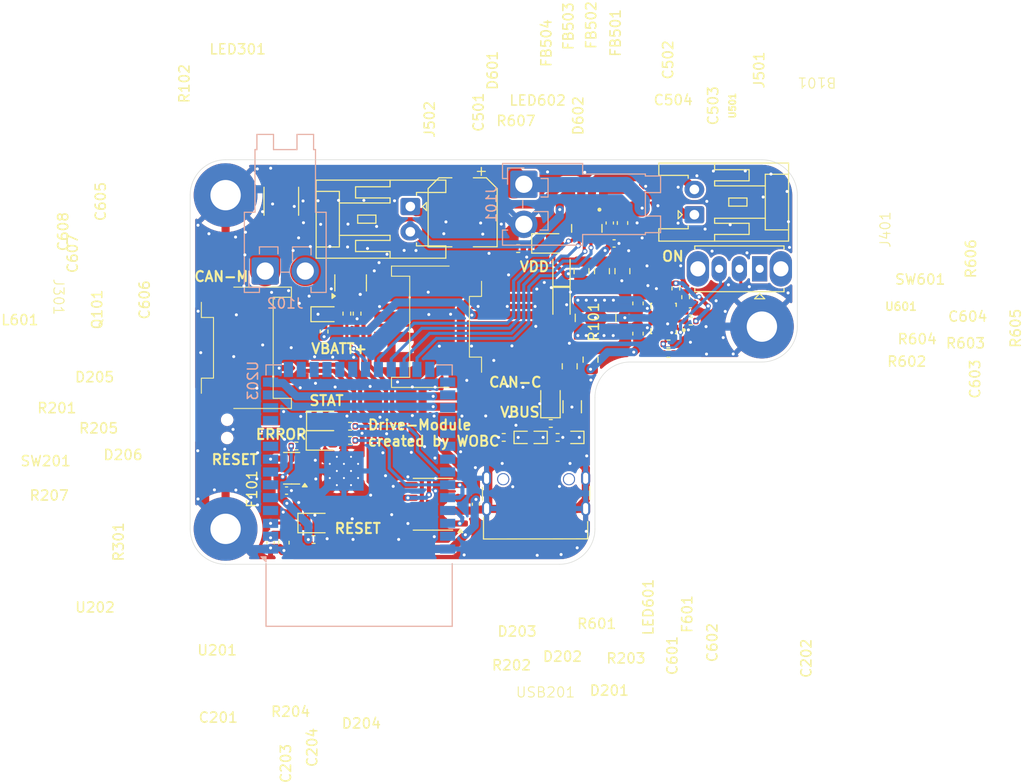
<source format=kicad_pcb>
(kicad_pcb (version 20240108) (generator "pcbnew") (generator_version "8.0")
  (layers (0 "F.Cu" signal) (31 "B.Cu" signal) (34 "B.Paste" user) (35 "F.Paste" user) (36 "B.SilkS" user "B.Silkscreen") (37 "F.SilkS" user "F.Silkscreen") (38 "B.Mask" user) (39 "F.Mask" user) (44 "Edge.Cuts" user))
  (net 0 "")
  (net 1 "GND")
  (net 2 "VDD")
  (net 3 "VM")
  (net 4 "VBUS")
  (net 5 "/ESP32Core/USB_D+")
  (net 6 "/ESP32Core/USB_D-")
  (net 7 "RESET")
  (net 8 "Net-(D204-A)")
  (net 9 "Net-(D205-A)")
  (net 10 "Net-(D206-A)")
  (net 11 "Net-(J102-Pin_1)")
  (net 12 "Net-(J501-Pin_1)")
  (net 13 "AOUT1")
  (net 14 "Net-(J501-Pin_2)")
  (net 15 "AOUT2")
  (net 16 "BOUT1")
  (net 17 "Net-(J502-Pin_1)")
  (net 18 "Net-(J502-Pin_2)")
  (net 19 "BOUT2")
  (net 20 "Net-(J102-Pin_2)")
  (net 21 "/CANH")
  (net 22 "/CANL")
  (net 23 "Net-(LED301-A)")
  (net 24 "Net-(U201-MR)")
  (net 25 "Net-(USB201-CC1)")
  (net 26 "Net-(USB201-CC2)")
  (net 27 "Net-(U203-MTDI{slash}GPIO41{slash}CLK_OUT1)")
  (net 28 "Net-(U203-MTMS{slash}GPIO42)")
  (net 29 "/ESP32Core/WDI")
  (net 31 "/ESP32Core/CAN_RX")
  (net 32 "/ESP32Core/CAN_TX")
  (net 34 "/ESP32Core/GPIO5{slash}ADC1_CH4")
  (net 36 "/BIN1")
  (net 37 "/ESP32Core/GPIO8{slash}ADC1_CH7")
  (net 38 "/ESP32Core/GPIO40")
  (net 40 "/ESP32Core/GPIO6{slash}ADC1_CH5")
  (net 42 "/ESP32Core/GPIO3{slash}ADC1_CH2")
  (net 43 "/ESP32Core/GPIO4{slash}ADC1_CH3")
  (net 44 "/AIN2")
  (net 45 "/BIN2")
  (net 46 "/ESP32Core/GPIO7{slash}ADC1_CH6")
  (net 47 "/AIN1")
  (net 48 "/ESP32Core/GPIO1{slash}ADC1_CH0")
  (net 49 "/ESP32Core/GPIO39")
  (net 50 "/ESP32Core/GPIO18")
  (net 52 "/ESP32Core/GPIO2{slash}ADC1_CH1")
  (net 53 "/ESP32Core/GPIO9{slash}ADC1_CH8")
  (net 54 "/ESP32Core/GPIO38")
  (net 58 "Net-(LED601-K)")
  (net 59 "Net-(LED602-K)")
  (net 60 "Net-(SW601-B)")
  (net 61 "Net-(SW601-C)")
  (net 63 "Net-(LED601-A)")
  (net 64 "Net-(U601-VAUX)")
  (net 65 "Net-(U601-L2)")
  (net 66 "Net-(U601-L1)")
  (net 67 "Net-(U601-PG)")
  (net 68 "Net-(U601-FB)")
  (net 70 "Net-(D601-A2)")
  (net 71 "VBATT+")
  (net 72 "/ESP32Core/I2C_SCL")
  (net 73 "/ESP32Core/I2C_SDA")
  (net 74 "/ESP32Core/GPIO13")
  (net 75 "/ESP32Core/GPIO12")
  (net 76 "/ESP32Core/GPIO11")
  (net 77 "/ESP32Core/GPIO10{slash}ADC1_CH9")
  (net 78 "Net-(Q101-G)")
  (footprint "Resistor_SMD:R_0402_1005Metric" (layer "F.Cu") (at 162.62 83.5 90)
    (property "Reference" "R606")
    (property "Value" "47k")
  )
  (footprint "WOBCLibrary:Grove_4P_L_SMD" (layer "F.Cu") (at 120.93 89.37 -90)
    (property "Reference" "J301")
    (property "Value" "Conn_01x04_MountingPin")
  )
  (footprint "Capacitor_SMD:C_0402_1005Metric" (layer "F.Cu") (at 156.52 79.05)
    (property "Reference" "C504")
    (property "Value" "100n")
  )
  (footprint "Capacitor_SMD:CP_Elec_6.3x7.7" (layer "F.Cu") (at 141.55 75.97 -90)
    (property "Reference" "C501")
    (property "Value" "100u")
  )
  (footprint "Resistor_SMD:R_0402_1005Metric" (layer "F.Cu") (at 125.12 99.08)
    (property "Reference" "R201")
    (property "Value" "10k")
  )
  (footprint "Resistor_SMD:R_0402_1005Metric" (layer "F.Cu") (at 164.09 86.73 180)
    (property "Reference" "R604")
    (property "Value" "100k")
  )
  (footprint "Capacitor_SMD:C_0805_2012Metric" (layer "F.Cu") (at 153.3 81.79 -90)
    (property "Reference" "C608")
    (property "Value" "22uF")
  )
  (footprint "Capacitor_SMD:C_0402_1005Metric" (layer "F.Cu") (at 124.15 103.49 180)
    (property "Reference" "C201")
    (property "Value" "100nF")
  )
  (footprint "Capacitor_SMD:C_0805_2012Metric" (layer "F.Cu") (at 157.34 81.79 -90)
    (property "Reference" "C606")
    (property "Value" "22uF")
  )
  (footprint "Capacitor_SMD:C_0402_1005Metric" (layer "F.Cu") (at 142.87 104.84 90)
    (property "Reference" "C202")
    (property "Value" "100nF")
  )
  (footprint "Resistor_SMD:R_0402_1005Metric" (layer "F.Cu") (at 130.11 85.99 90)
    (property "Reference" "R102")
    (property "Value" "10")
  )
  (footprint "LED_SMD:LED_0805_2012Metric" (layer "F.Cu") (at 127.81 96.6)
    (property "Reference" "D205")
    (property "Value" "ERROR")
  )
  (footprint "Package_TO_SOT_SMD:SOT-23-5" (layer "F.Cu") (at 124.65 101.28 180)
    (property "Reference" "U201")
    (property "Value" "TPS3820")
  )
  (footprint "Diode_SMD:D_SOD-882" (layer "F.Cu") (at 152.73 98.23 180)
    (property "Reference" "D201")
    (property "Value" "5V")
  )
  (footprint "Resistor_SMD:R_0402_1005Metric" (layer "F.Cu") (at 161.89 89.93 180)
    (property "Reference" "R602")
    (property "Value" "10k")
  )
  (footprint "Button_Switch_THT:SW_Slide_SPDT_Straight_CK_OS102011MS2Q" (layer "F.Cu") (at 170.9 81.56 180)
    (property "Reference" "SW601")
    (property "Value" "Power Switch")
  )
  (footprint "LED_SMD:LED_0805_2012Metric" (layer "F.Cu") (at 126.96 106.7)
    (property "Reference" "D204")
    (property "Value" "RESET")
  )
  (footprint "LED_SMD:LED_0603_1608Metric" (layer "F.Cu") (at 128.0475 86.05)
    (property "Reference" "LED301")
    (property "Value" "Power")
  )
  (footprint "Capacitor_SMD:C_0805_2012Metric" (layer "F.Cu") (at 154.19 90.54 90)
    (property "Reference" "C602")
    (property "Value" "22uF")
  )
  (footprint "LED_SMD:LED_0805_2012Metric" (layer "F.Cu") (at 150.23 94.6 90)
    (property "Reference" "LED601")
    (property "Value" "USB Power")
  )
  (footprint "Connector_JST:JST_XA_S02B-XASK-1N-BN_1x02_P2.50mm_Horizontal" (layer "F.Cu") (at 164.45 76.21 90)
    (property "Reference" "J501")
    (property "Value" "Conn_01x02_Pin")
  )
  (footprint "Capacitor_SMD:C_0402_1005Metric" (layer "F.Cu") (at 122.57 108.64 -90)
    (property "Reference" "C204")
    (property "Value" "100nF")
  )
  (footprint "Package_TO_SOT_SMD:SOT-23-3" (layer "F.Cu") (at 130.48 82.9525 90)
    (property "Reference" "Q101")
    (property "Value" "Q_NMOS_DGS")
  )
  (footprint "LED_SMD:LED_0805_2012Metric" (layer "F.Cu") (at 127.78 98.53)
    (property "Reference" "D206")
    (property "Value" "STAT")
  )
  (footprint "Resistor_SMD:R_0402_1005Metric" (layer "F.Cu") (at 145.61 98.23 180)
    (property "Reference" "R202")
    (property "Value" "5.1k")
  )
  (footprint "WOBCLibrary:USB_C_TYPEC-301S-ACP16X7" (layer "F.Cu") (at 148.81 104.475)
    (property "Reference" "USB201")
    (property "Value" "USB_C_Receptacle_USB2.0")
  )
  (footprint "LED_SMD:LED_0805_2012Metric" (layer "F.Cu") (at 150.06 79.05)
    (property "Reference" "LED602")
    (property "Value" "VDD")
  )
  (footprint "Capacitor_SMD:C_0402_1005Metric" (layer "F.Cu") (at 164.06 85.78)
    (property "Reference" "C604")
    (property "Value" "100nF")
  )
  (footprint "Diode_SMD:D_SOD-323" (layer "F.Cu") (at 151.32 81.68 90)
    (property "Reference" "D601")
    (property "Value" "1N5819WS")
  )
  (footprint "Resistor_SMD:R_0402_1005Metric" (layer "F.Cu") (at 147.04 79.56 180)
    (property "Reference" "R607")
    (property "Value" "1k")
  )
  (footprint "Fuse:Fuse_1812_4532Metric" (layer "F.Cu") (at 123.63 74.88 -90)
    (property "Reference" "F101")
    (property "Value" "Polyfuse")
  )
  (footprint "Resistor_SMD:R_0402_1005Metric" (layer "F.Cu") (at 150.26 96.85)
    (property "Reference" "R601")
    (property "Value" "1k")
  )
  (footprint "Resistor_SMD:R_0402_1005Metric" (layer "F.Cu") (at 150.94 98.23)
    (property "Reference" "R203")
    (property "Value" "5.1k")
  )
  (footprint "Inductor_SMD:L_0402_1005Metric" (layer "F.Cu") (at 154.33 74.56 90)
    (property "Reference" "FB502")
    (property "Value" "FerriteBead")
  )
  (footprint "Capacitor_SMD:C_0805_2012Metric" (layer "F.Cu") (at 155.32 81.79 -90)
    (property "Reference" "C607")
    (property "Value" "22uF")
  )
  (footprint "Capacitor_SMD:C_0603_1608Metric" (layer "F.Cu") (at 158.88 87.97 90)
    (property "Reference" "C603")
    (property "Value" "10uF")
  )
  (footprint "Inductor_SMD:L_0402_1005Metric" (layer "F.Cu") (at 153.34 74.56 90)
    (property "Reference" "FB503")
    (property "Value" "FerriteBead")
  )
  (footprint "Capacitor_SMD:C_0603_1608Metric" (layer "F.Cu") (at 158.88 84.98 -90)
    (property "Reference" "C605")
    (property "Value" "10uF")
  )
  (footprint "Inductor_SMD:L_0402_1005Metric" (layer "F.Cu") (at 155.35 74.56 90)
    (property "Reference" "FB501")
    (property "Value" "FerriteBead")
  )
  (footprint "WOBCLibrary:TVAF06-A020B-R" (layer "F.Cu") (at 118.28 97.39 90)
    (property "Reference" "SW201")
    (property "Value" "RESET_sw")
  )
  (footprint "Capacitor_SMD:C_0603_1608Metric" (layer "F.Cu") (at 123.89 108.64 90)
    (property "Reference" "C203")
    (property "Value" "10uF")
  )
  (footprint "Resistor_SMD:R_0402_1005Metric" (layer "F.Cu") (at 163.59 84.36 90)
    (property "Reference" "R605")
    (property "Value" "15k")
  )
  (footprint "Package_SO:SOIC-8_3.9x4.9mm_P1.27mm" (layer "F.Cu") (at 138.62 104.84 180)
    (property "Reference" "U202")
    (property "Value" "SN65HVD230")
  )
  (footprint "Capacitor_SMD:C_0402_1005Metric" (layer "F.Cu") (at 156.09 77.03 -90)
    (property "Reference" "C503")
    (property "Value" "100n")
  )
  (footprint "Diode_SMD:D_SOD-323" (layer "F.Cu") (at 151.32 85.0025 -90)
    (property "Reference" "D602")
    (property "Value" "1N5819WS")
  )
  (footprint "Connector_JST:JST_XA_S02B-XASK-1N-BN_1x02_P2.50mm_Horizontal" (layer "F.Cu") (at 136.38 75.4 -90)
    (property "Reference" "J502")
    (property "Value" "Conn_01x02_Pin")
  )
  (footprint "Capacitor_SMD:C_0603_1608Metric" (layer "F.Cu") (at 157.35 77.03 -90)
    (property "Reference" "C502")
    (property "Value" "10u")
  )
  (footprint "Resistor_SMD:R_0402_1005Metric" (layer "F.Cu") (at 126.81 108.33)
    (property "Reference" "R204")
    (property "Value" "470")
  )
  (footprint "Diode_SMD:D_SOD-882" (layer "F.Cu") (at 149.1 98.23 180)
    (property "Reference" "D202")
    (property "Value" "5V")
  )
  (footprint "WOBCLibrary:SON50P300X200X80-13N" (layer "F.Cu") (at 153.82 77.56 -90)
    (property "Reference" "U501")
    (property "Value" "~")
  )
  (footprint "Resistor_SMD:R_0402_1005Metric" (layer "F.Cu") (at 131.12 85.99 -90)
    (property "Reference" "R101")
    (property "Value" "10k")
  )
  (footprint "Inductor_SMD:L_Wuerth_WE-TPC-3816" (layer "F.Cu") (at 154.69 86.41 180)
    (property "Reference" "L601")
    (property "Value" "L")
  )
  (footprint "WOBCLibrary:Grove_4P_L_SMD" (layer "F.Cu") (at 138.22 87.29 90)
    (property "Reference" "J401")
    (property "Value" "Conn_01x04_MountingPin")
  )
  (footprint "Diode_SMD:D_SOD-882" (layer "F.Cu") (at 147.44 98.23)
    (property "Reference" "D203")
    (property "Value" "5V")
  )
  (footprint "Resistor_SMD:R_0402_1005Metric" (layer "F.Cu") (at 127.86 87.76 -90)
    (property "Reference" "R301")
    (property "Value" "1k")
  )
  (footprint "WOBCLibrary:Board_0.5U_60x40" (layer "F.Cu") (at 144.625 90.775 180)
    (property "Reference" "B101")
    (property "Value" "~")
    (fp_line (start 30 -16.5) (end 30 16.5) (stroke (width 0.05)) (layer "Edge.Cuts"))
    (fp_line (start 26.5 20) (end -26.5 20) (stroke (width 0.05)) (layer "Edge.Cuts"))
    (fp_line (start -6.5 -20) (end 26.5 -20) (stroke (width 0.05)) (layer "Edge.Cuts"))
    (fp_line (start -10 -3.5) (end -10 -16.5) (stroke (width 0.05)) (layer "Edge.Cuts"))
    (fp_line (start -13.5 0) (end -26.5 0) (stroke (width 0.05)) (layer "Edge.Cuts"))
    (fp_line (start -30 16.5) (end -30 3.5) (stroke (width 0.05)) (layer "Edge.Cuts"))
    (fp_arc (start 30 16.5) (mid 28.974874 18.974874) (end 26.5 20) (stroke (width 0.05)) (layer "Edge.Cuts"))
    (fp_arc (start 26.5 -20) (mid 28.974874 -18.974874) (end 30 -16.5) (stroke (width 0.05)) (layer "Edge.Cuts"))
    (fp_arc (start -10 -3.5) (mid -11.025126 -1.025126) (end -13.5 0) (stroke (width 0.05)) (layer "Edge.Cuts"))
    (fp_arc (start -10 -16.5) (mid -8.974874 -18.974874) (end -6.5 -20) (stroke (width 0.05)) (layer "Edge.Cuts"))
    (fp_arc (start -26.5 20) (mid -28.974874 18.974874) (end -30 16.5) (stroke (width 0.05)) (layer "Edge.Cuts"))
    (fp_arc (start -30 3.5) (mid -28.974875 1.025125) (end -26.5 0) (stroke (width 0.05)) (layer "Edge.Cuts"))
  )
  (footprint "Fuse:Fuse_1206_3216Metric" (layer "F.Cu") (at 152.38 95.2 90)
    (property "Reference" "F601")
    (property "Value" "Polyfuse")
  )
  (footprint "Resistor_SMD:R_0402_1005Metric" (layer "F.Cu") (at 130.43 98.53 180)
    (property "Reference" "R207")
    (property "Value" "470")
  )
  (footprint "Resistor_SMD:R_0402_1005Metric" (layer "F.Cu") (at 161.89 88.99)
    (property "Reference" "R603")
    (property "Value" "330k")
  )
  (footprint "Inductor_SMD:L_0402_1005Metric" (layer "F.Cu") (at 152.35 74.56 90)
    (property "Reference" "FB504")
    (property "Value" "FerriteBead")
  )
  (footprint "WOBCLibrary:VREG_TPS63070RNMR" (layer "F.Cu") (at 161.41 86.47 180)
    (property "Reference" "U601")
    (property "Value" "TPS63070RNMR")
  )
  (footprint "Resistor_SMD:R_0402_1005Metric" (layer "F.Cu") (at 130.43 97.13 180)
    (property "Reference" "R205")
    (property "Value" "470")
  )
  (footprint "Capacitor_SMD:C_0805_2012Metric" (layer "F.Cu") (at 152.13 91.2 90)
    (property "Reference" "C601")
    (property "Value" "22uF")
  )
  (footprint "Connector_JST:JST_VH_S2P-VH_1x02_P3.96mm_Horizontal" (layer "B.Cu") (at 122.04 81.78)
    (property "Reference" "J102")
    (property "Value" "Conn_01x02_Pin")
  )
  (footprint "Connector_JST:JST_VH_S2P-VH_1x02_P3.96mm_Horizontal" (layer "B.Cu") (at 147.6 73.2 -90)
    (property "Reference" "J101")
    (property "Value" "Conn_01x02_Pin")
  )
  (footprint "RF_Module:ESP32-S3-WROOM-1" (layer "B.Cu") (at 131.32 104.01)
    (property "Reference" "U203")
    (property "Value" "ESP32-S3-WROOM-1")
  )
  (gr_text "VBUS" (at 145.15 96.32 0) (layer "F.SilkS") (effects (font (size 1 1) (thickness 0.2) (bold yes)) (justify left bottom)))
  (gr_text "STAT" (at 126.3 95.18 0) (layer "F.SilkS") (effects (font (size 1 1) (thickness 0.2) (bold yes)) (justify left bottom)))
  (gr_text "Drive-Module\ncreated by WOBC" (at 132.08 99.19 0) (layer "F.SilkS") (effects (font (size 1 1) (thickness 0.2) (bold yes)) (justify left bottom)))
  (gr_text "RESET" (at 128.79 107.82 0) (layer "F.SilkS") (effects (font (size 1 1) (thickness 0.2) (bold yes)) (justify left bottom)))
  (gr_text "ON" (at 161.15 80.91 0) (layer "F.SilkS") (effects (font (size 1 1) (thickness 0.2) (bold yes)) (justify left bottom)))
  (gr_text "ERROR" (at 121 98.52 0) (layer "F.SilkS") (effects (font (size 1 1) (thickness 0.2) (bold yes)) (justify left bottom)))
  (gr_text "VBATT+" (at 126.48 90.04 0) (layer "F.SilkS") (effects (font (size 1 1) (thickness 0.2) (bold yes)) (justify left bottom)))
  (gr_text "VDD" (at 147.09 81.94 0) (layer "F.SilkS") (effects (font (size 1 1) (thickness 0.2) (bold yes)) (justify left bottom)))
  (gr_text "CAN-C" (at 144.05 93.36 0) (layer "F.SilkS") (effects (font (size 1 1) (thickness 0.2) (bold yes)) (justify left bottom)))
  (gr_text "RESET" (at 116.63 101.01 0) (layer "F.SilkS") (effects (font (size 1 1) (thickness 0.2) (bold yes)) (justify left bottom)))
  (gr_text "CAN-M" (at 114.93 82.91 0) (layer "F.SilkS") (effects (font (size 1 1) (thickness 0.2) (bold yes)) (justify left bottom)))
  (segment (start 125.737499 101.229999) (end 119.715229 101.229999) (width 0.8) (layer "F.Cu") (net 1))
  (segment (start 157 78.155) (end 157.35 77.805) (width 0.6) (layer "F.Cu") (net 1))
  (segment (start 159.29 78.505) (end 157.9 78.505) (width 1.5) (layer "F.Cu") (net 1))
  (segment (start 162.135 88.725) (end 162.4 88.99) (width 0.3) (layer "F.Cu") (net 1))
  (segment (start 156.09 77.51) (end 157.055 77.51) (width 0.6) (layer "F.Cu") (net 1))
  (segment (start 118.125 102.820228) (end 118.125 107.275) (width 0.8) (layer "F.Cu") (net 1))
  (segment (start 117.19 84.07) (end 121.46 84.07) (width 0.8) (layer "F.Cu") (net 1))
  (segment (start 157 79.05) (end 157 78.155) (width 0.6) (layer "F.Cu") (net 1))
  (segment (start 154.2 89.59) (end 157.06 89.59) (width 0.8) (layer "F.Cu") (net 1))
  (segment (start 119.715229 101.229999) (end 118.125 102.820228) (width 0.8) (layer "F.Cu") (net 1))
  (segment (start 135.39 81.7) (end 135.29 81.8) (width 3) (layer "F.Cu") (net 1))
  (segment (start 125.059999 101.28) (end 125.7875 101.28) (width 0.4) (layer "F.Cu") (net 1))
  (segment (start 116.11 105.26) (end 118.125 107.275) (width 0.8) (layer "F.Cu") (net 1))
  (segment (start 139.62 88.84) (end 139.25 89.21) (width 0.8) (layer "F.Cu") (net 1))
  (segment (start 142.02 81.99) (end 141.73 81.7) (width 3) (layer "F.Cu") (net 1))
  (segment (start 160.81 86.47) (end 159.73 86.47) (width 0.25) (layer "F.Cu") (net 1))
  (segment (start 152.57 76.6506) (end 151.995 77.2256) (width 0.3) (layer "F.Cu") (net 1))
  (segment (start 142.02 81.99) (end 141.4 81.99) (width 0.8) (layer "F.Cu") (net 1))
  (segment (start 142.02 81.99) (end 141.55 81.52) (width 3) (layer "F.Cu") (net 1))
  (segment (start 139.25 89.21) (end 138.17 90.29) (width 0.8) (layer "F.Cu") (net 1))
  (segment (start 161.492668 86.47) (end 161.935 86.027668) (width 0.25) (layer "F.Cu") (net 1))
  (segment (start 124.63 101.709999) (end 125.059999 101.28) (width 0.4) (layer "F.Cu") (net 1))
  (segment (start 142.755 105.475) (end 142.87 105.36) (width 0.8) (layer "F.Cu") (net 1))
  (segment (start 151.9594 77.19) (end 151.995 77.2256) (width 1.5) (layer "F.Cu") (net 1))
  (segment (start 157.63 83.03) (end 157.34 82.74) (width 0.8) (layer "F.Cu") (net 1))
  (segment (start 164.54 85.379602) (end 164.030398 84.87) (width 0.8) (layer "F.Cu") (net 1))
  (segment (start 152.3294 77.56) (end 151.995 77.2256) (width 0.6) (layer "F.Cu") (net 1))
  (segment (start 163.89 88.99) (end 162.4 88.99) (width 0.8) (layer "F.Cu") (net 1))
  (segment (start 124.63 103.49) (end 124.63 101.709999) (width 0.4) (layer "F.Cu") (net 1))
  (segment (start 152.79 89.59) (end 154.2 89.59) (width 0.8) (layer "F.Cu") (net 1))
  (segment (start 160.81 86.47) (end 161.492668 86.47) (width 0.25) (layer "F.Cu") (net 1))
  (segment (start 132.81 82.77) (end 133.45 82.77) (width 0.8) (layer "F.Cu") (net 1))
  (segment (start 144.02 105.36) (end 142.87 105.36) (width 0.8) (layer "F.Cu") (net 1))
  (segment (start 123.76 86.37) (end 124.63 86.37) (width 0.8) (layer "F.Cu") (net 1))
  (segment (start 164.030398 84.87) (end 163.59 84.87) (width 0.8) (layer "F.Cu") (net 1))
  (segment (start 131.49 84.09) (end 132.81 82.77) (width 0.8) (layer "F.Cu") (net 1))
  (segment (start 138.184816 105.475) (end 136.914816 106.745) (width 0.8) (layer "F.Cu") (net 1))
  (segment (start 130.25 101.28) (end 130.52 101.55) (width 0.8) (layer "F.Cu") (net 1))
  (segment (start 153.725 104.42) (end 152.85 105.295) (width 0.8) (layer "F.Cu") (net 1))
  (segment (start 144.085 101.46) (end 145.1 100.445) (width 0.8) (layer "F.Cu") (net 1))
  (segment (start 123.89 109.415) (end 123.705 109.415) (width 0.8) (layer "F.Cu") (net 1))
  (segment (start 145.1 100.445) (end 145.46 100.805) (width 0.8) (layer "F.Cu") (net 1))
  (segment (start 159.145 86.47) (end 159.671266 86.47) (width 0.4) (layer "F.Cu") (net 1))
  (segment (start 141.73 81.7) (end 135.39 81.7) (width 3) (layer "F.Cu") (net 1))
  (segment (start 157.9 78.505) (end 157.35 77.955) (width 1.5) (layer "F.Cu") (net 1))
  (segment (start 157.63 84.98) (end 157.63 83.03) (width 0.8) (layer "F.Cu") (net 1))
  (segment (start 162.176776 85.72) (end 162.56 85.72) (width 0.25) (layer "F.Cu") (net 1))
  (segment (start 164.06 88.82) (end 163.89 88.99) (width 0.8) (layer "F.Cu") (net 1))
  (segment (start 158.405 85.755) (end 158.88 85.755) (width 0.8) (layer "F.Cu") (net 1))
  (segment (start 118.125 80.735) (end 117.19 81.67) (width 0.8) (layer "F.Cu") (net 1))
  (segment (start 162.135 87.87) (end 162.135 88.725) (width 0.3) (layer "F.Cu") (net 1))
  (segment (start 118.125 74.275) (end 118.125 80.735) (width 0.8) (layer "F.Cu") (net 1))
  (segment (start 153.08 99.885) (end 153.08 98.23) (width 0.6) (layer "F.Cu") (net 1))
  (segment (start 161.81 86.787332) (end 161.81 87.004868) (width 0.25) (layer "F.Cu") (net 1))
  (segment (start 139.25 89.21) (end 138.33 88.29) (width 0.8) (layer "F.Cu") (net 1))
  (segment (start 126.8725 96.6) (end 126.8725 98.5) (width 0.8) (layer "F.Cu") (net 1))
  (segment (start 141.4 81.99) (end 139.62 83.77) (width 0.8) (layer "F.Cu") (net 1))
  (segment (start 144.085 105.295) (end 144.02 105.36) (width 0.8) (layer "F.Cu") (net 1))
  (segment (start 144.085 105.295) (end 144.085 101.46) (width 0.8) (layer "F.Cu") (net 1))
  (segment (start 153.962072 77.56) (end 153.82 77.56) (width 0.3) (layer "F.Cu") (net 1))
  (segment (start 138.17 90.29) (end 134.52 90.29) (width 0.8) (layer "F.Cu") (net 1))
  (segment (start 125.1925 86.05) (end 124.8725 86.37) (width 0.8) (layer "F.Cu") (net 1))
  (segment (start 157.34 82.74) (end 157.28 82.74) (width 0.8) (layer "F.Cu") (net 1))
  (segment (start 152.16 100.805) (end 153.08 99.885) (width 0.6) (layer "F.Cu") (net 1))
  (segment (start 141.095 105.475) (end 142.755 105.475) (width 0.8) (layer "F.Cu") (net 1))
  (segment (start 152.57 76.61) (end 152.57 77.325) (width 0.3) (layer "F.Cu") (net 1))
  (segment (start 123.705 109.415) (end 123.450001 109.160001) (width 0.8) (layer "F.Cu") (net 1))
  (segment (start 126.8425 99.2725) (end 128.42 100.85) (width 0.8) (layer "F.Cu") (net 1))
  (segment (start 154.57 78.167928) (end 153.962072 77.56) (width 0.3) (layer "F.Cu") (net 1))
  (segment (start 139.62 83.77) (end 139.62 88.84) (width 0.8) (layer "F.Cu") (net 1))
  (segment (start 134.32 82.77) (end 135.29 81.8) (width 1.5) (layer "F.Cu") (net 1))
  (segment (start 153.25 100.805) (end 153.725 101.28) (width 0.8) (layer "F.Cu") (net 1))
  (segment (start 146.21 92.59) (end 148.55 90.25) (width 0.8) (layer "F.Cu") (net 1))
  (segment (start 150.77 97.348232) (end 151.45 98.028232) (width 0.6) (layer "F.Cu") (net 1))
  (segment (start 136.914816 106.745) (end 136.145 106.745) (width 0.8) (layer "F.Cu") (net 1))
  (segment (start 145.1 98.23) (end 145.1 100.445) (width 0.8) (layer "F.Cu") (net 1))
  (segment (start 158.88 86.205) (end 159.145 86.47) (width 0.4) (layer "F.Cu") (net 1))
  (segment (start 157.73 88.92) (end 157.73 88.07) (width 0.8) (layer "F.Cu") (net 1))
  (segment (start 125.7875 101.28) (end 130.25 101.28) (width 0.8) (layer "F.Cu") (net 1))
  (segment (start 144.085 105.295) (end 152.85 105.295) (width 0.8) (layer "F.Cu") (net 1))
  (segment (start 158.88 85.755) (end 158.88 87.195) (width 0.4) (layer "F.Cu") (net 1))
  (segment (start 126.8425 98.53) (end 126.8425 99.2725) (width 0.8) (layer "F.Cu") (net 1))
  (segment (start 142.02 81.99) (end 143.9 81.99) (width 1.5) (layer "F.Cu") (net 1))
  (segment (start 164.54 85.78) (end 165.013188 85.78) (width 0.8) (layer "F.Cu") (net 1))
  (segment (start 123.450001 109.160001) (end 122.57 109.160001) (width 0.8) (layer "F.Cu") (net 1))
  (segment (start 153.725 101.28) (end 153.725 104.42) (width 0.8) (layer "F.Cu") (net 1))
  (segment (start 152.85 105.295) (end 153.725 105.295) (width 0.8) (layer "F.Cu") (net 1))
  (segment (start 157.06 89.59) (end 157.73 88.92) (width 0.8) (layer "F.Cu") (net 1))
  (segment (start 143.9 81.99) (end 146.33 79.56) (width 1.5) (layer "F.Cu") (net 1))
  (segment (start 148.55 90.25) (end 152.13 90.25) (width 0.8) (layer "F.Cu") (net 1))
  (segment (start 152.57 76.61) (end 152.57 76.6506) (width 0.3) (layer "F.Cu") (net 1))
  (segment (start 156.09 77.51) (end 153.87 77.51) (width 0.6) (layer "F.Cu") (net 1))
  (segment (start 164.54 85.78) (end 164.54 85.379602) (width 0.8) (layer "F.Cu") (net 1))
  (segment (start 146.33 79.56) (end 146.33 78.11) (width 1.5) (layer "F.Cu") (net 1))
  (segment (start 158.405 85.755) (end 157.63 84.98) (width 0.8) (layer "F.Cu") (net 1))
  (segment (start 141.095 105.475) (end 138.184816 105.475) (width 0.8) (layer "F.Cu") (net 1))
  (segment (start 155.32 82.74) (end 153.3 82.74) (width 0.8) (layer "F.Cu") (net 1))
  (segment (start 153.82 77.56) (end 152.3294 77.56) (width 0.6) (layer "F.Cu") (net 1))
  (segment (start 153.87 77.51) (end 153.82 77.56) (width 0.6) (layer "F.Cu") (net 1))
  (segment (start 116.11 85.15) (end 116.11 105.26) (width 0.8) (layer "F.Cu") (net 1))
  (segment (start 157.055 77.51) (end 157.35 77.805) (width 0.6) (layer "F.Cu") (net 1))
  (segment (start 150.77 96.85) (end 150.77 97.348232) (width 0.6) (layer "F.Cu") (net 1))
  (segment (start 117.19 81.67) (end 117.19 84.07) (width 0.8) (layer "F.Cu") (net 1))
  (segment (start 162.56 85.72) (end 163.41 84.87) (width 0.3) (layer "F.Cu") (net 1))
  (segment (start 157.73 88.07) (end 158.605 87.195) (width 0.8) (layer "F.Cu") (net 1))
  (segment (start 117.19 84.07) (end 116.11 85.15) (width 0.8) (layer "F.Cu") (net 1))
  (segment (start 146.33 78.11) (end 147.25 77.19) (width 1.5) (layer "F.Cu") (net 1))
  (segment (start 133.45 82.77) (end 134.32 82.77) (width 1.5) (layer "F.Cu") (net 1))
  (segment (start 161.935 85.961776) (end 162.176776 85.72) (width 0.25) (layer "F.Cu") (net 1))
  (segment (start 152.16 100.805) (end 153.25 100.805) (width 0.8) (layer "F.Cu") (net 1))
  (segment (start 127.26 86.05) (end 125.1925 86.05) (width 0.8) (layer "F.Cu") (net 1))
  (segment (start 161.935 86.027668) (end 161.935 85.961776) (width 0.25) (layer "F.Cu") (net 1))
  (segment (start 134.52 88.29) (end 134.52 90.29) (width 0.8) (layer "F.Cu") (net 1))
  (segment (start 124.8725 86.37) (end 124.63 86.37) (width 0.8) (layer "F.Cu") (net 1))
  (segment (start 161.492668 86.47) (end 161.81 86.787332) (width 0.25) (layer "F.Cu") (net 1))
  (segment (start 157.28 82.74) (end 155.32 82.74) (width 0.8) (layer "F.Cu") (net 1))
  (segment (start 141.55 81.52) (end 141.55 78.67) (width 3) (layer "F.Cu") (net 1))
  (segment (start 162.21 87.87) (end 162.135 87.87) (width 0.25) (layer "F.Cu") (net 1))
  (segment (start 154.57 78.51) (end 154.57 78.167928) (width 0.3) (layer "F.Cu") (net 1))
  (segment (start 151.45 98.028232) (end 151.45 98.23) (width 0.6) (layer "F.Cu") (net 1))
  (segment (start 131.43 84.09) (end 131.49 84.09) (width 0.8) (layer "F.Cu") (net 1))
  (segment (start 165.605 86.371812) (end 165.605 87.275) (width 0.8) (layer "F.Cu") (net 1))
  (segment (start 165.013188 85.78) (end 165.605 86.371812) (width 0.8) (layer "F.Cu") (net 1))
  (segment (start 158.88 87.195) (end 158.88 86.735) (width 0.4) (layer "F.Cu") (net 1))
  (segment (start 141.96 92.59) (end 146.21 92.59) (width 0.8) (layer "F.Cu") (net 1))
  (segment (start 152.13 90.25) (end 152.79 89.59) (width 0.8) (layer "F.Cu") (net 1))
  (segment (start 147.25 77.19) (end 151.9594 77.19) (width 1.5) (layer "F.Cu") (net 1))
  (segment (start 158.88 86.735) (end 159.145 86.47) (width 0.4) (layer "F.Cu") (net 1))
  (segment (start 125.7875 101.28) (end 125.737499 101.229999) (width 0.8) (layer "F.Cu") (net 1))
  (segment (start 138.33 88.29) (end 134.52 88.29) (width 0.8) (layer "F.Cu") (net 1))
  (segment (start 121.46 84.07) (end 123.76 86.37) (width 0.8) (layer "F.Cu") (net 1))
  (segment (start 158.88 85.755) (end 158.88 86.205) (width 0.4) (layer "F.Cu") (net 1))
  (segment (start 158.605 87.195) (end 158.88 87.195) (width 0.8) (layer "F.Cu") (net 1))
  (segment (start 126.8725 98.5) (end 126.8425 98.53) (width 0.8) (layer "F.Cu") (net 1))
  (segment (start 163.41 84.87) (end 163.59 84.87) (width 0.3) (layer "F.Cu") (net 1))
  (via (at 126.5 79.36) (size 0.5) (drill 0.3) (layers "F.Cu" "B.Cu") (net 1))
  (via (at 143.33 77.03) (size 0.5) (drill 0.3) (layers "F.Cu" "B.Cu") (net 1))
  (via (at 133.05 77.37) (size 0.5) (drill 0.3) (layers "F.Cu" "B.Cu") (net 1))
  (via (at 121.21 102.33) (size 0.5) (drill 0.3) (layers "F.Cu" "B.Cu") (net 1))
  (via (at 138.21 86.08) (size 0.5) (drill 0.3) (layers "F.Cu" "B.Cu") (net 1))
  (via (at 133.29 80.95) (size 0.5) (drill 0.3) (layers "F.Cu" "B.Cu") (net 1))
  (via (at 143.08 85.28) (size 0.5) (drill 0.3) (layers "F.Cu" "B.Cu") (net 1))
  (via (at 138.82 100.27) (size 0.5) (drill 0.3) (layers "F.Cu" "B.Cu") (net 1))
  (via (at 133.93 102.02) (size 0.5) (drill 0.3) (layers "F.Cu" "B.Cu") (net 1))
  (via (at 119.19 86.11) (size 0.5) (drill 0.3) (layers "F.Cu" "B.Cu") (net 1))
  (via (at 139.69 78.09) (size 0.5) (drill 0.3) (layers "F.Cu" "B.Cu") (net 1))
  (via (at 134.69 103.07) (size 0.5) (drill 0.3) (layers "F.Cu" "B.Cu") (net 1))
  (via (at 121.79 89.09) (size 0.5) (drill 0.3) (layers "F.Cu" "B.Cu") (net 1))
  (via (at 173.85 79.44) (size 0.5) (drill 0.3) (layers "F.Cu" "B.Cu") (net 1))
  (via (at 130.12 96.12) (size 0.5) (drill 0.3) (layers "F.Cu" "B.Cu") (net 1))
  (via (at 172.02 72.19) (size 0.5) (drill 0.3) (layers "F.Cu" "B.Cu") (net 1))
  (via (at 132.41 93.19) (size 0.5) (drill 0.3) (layers "F.Cu" "B.Cu") (net 1))
  (via (at 145.1 98.23) (size 0.5) (drill 0.3) (layers "F.Cu" "B.Cu") (net 1))
  (via (at 123.89 109.415) (size 0.5) (drill 0.3) (layers "F.Cu" "B.Cu") (net 1))
  (via (at 149.17 94.9) (size 0.5) (drill 0.3) (layers "F.Cu" "B.Cu") (net 1))
  (via (at 136.58 93.24) (size 0.5) (drill 0.3) (layers "F.Cu" "B.Cu") (net 1))
  (via (at 120.09 77.94) (size 0.5) (drill 0.3) (layers "F.Cu" "B.Cu") (net 1))
  (via (at 162.85 73.49) (size 0.5) (drill 0.3) (layers "F.Cu" "B.Cu") (net 1))
  (via (at 157 79.05) (size 0.5) (drill 0.3) (layers "F.Cu" "B.Cu") (net 1))
  (via (at 120.03 80.18) (size 0.5) (drill 0.3) (layers "F.Cu" "B.Cu") (net 1))
  (via (at 146.19 96.17) (size 0.5) (drill 0.3) (layers "F.Cu" "B.Cu") (net 1))
  (via (at 164.06 88.82) (size 0.5) (drill 0.3) (layers "F.Cu" "B.Cu") (net 1))
  (via (at 167.3 88.36) (size 0.5) (drill 0.3) (layers "F.Cu" "B.Cu") (net 1))
  (via (at 157.96 79.77) (size 0.5) (drill 0.3) (layers "F.Cu" "B.Cu") (net 1))
  (via (at 173.71 83.94) (size 0.5) (drill 0.3) (layers "F.Cu" "B.Cu") (net 1))
  (via (at 151.28 109.81) (size 0.5) (drill 0.3) (layers "F.Cu" "B.Cu") (net 1))
  (via (at 123.86 95.68) (size 0.5) (drill 0.3) (layers "F.Cu" "B.Cu") (net 1))
  (via (at 138.75 108.05) (size 0.5) (drill 0.3) (layers "F.Cu" "B.Cu") (net 1))
  (via (at 126.99 100.49) (size 0.5) (drill 0.3) (layers "F.Cu" "B.Cu") (net 1))
  (via (at 152.87 109.15) (size 0.5) (drill 0.3) (layers "F.Cu" "B.Cu") (net 1))
  (via (at 146.09 82.16) (size 0.5) (drill 0.3) (layers "F.Cu" "B.Cu") (net 1))
  (via (at 116.48 78.09) (size 0.5) (drill 0.3) (layers "F.Cu" "B.Cu") (net 1))
  (via (at 126.92 90.26) (size 0.5) (drill 0.3) (layers "F.Cu" "B.Cu") (net 1))
  (via (at 153.62 72.02) (size 0.5) (drill 0.3) (layers "F.Cu" "B.Cu") (net 1))
  (via (at 119.94 83.26) (size 0.5) (drill 0.3) (layers "F.Cu" "B.Cu") (net 1))
  (via (at 144.63 90.62) (size 0.5) (drill 0.3) (layers "F.Cu" "B.Cu") (net 1))
  (via (at 157.58 86.4) (size 0.5) (drill 0.3) (layers "F.Cu" "B.Cu") (net 1))
  (via (at 124.63 103.49) (size 0.5) (drill 0.3) (layers "F.Cu" "B.Cu") (net 1))
  (via (at 126.95 105.92) (size 0.5) (drill 0.3) (layers "F.Cu" "B.Cu") (net 1))
  (via (at 125.78 74.85) (size 0.5) (drill 0.3) (layers "F.Cu" "B.Cu") (net 1))
  (via (at 138.73 96.12) (size 0.5) (drill 0.3) (layers "F.Cu" "B.Cu") (net 1))
  (via (at 118.93 90.24) (size 0.5) (drill 0.3) (layers "F.Cu" "B.Cu") (net 1))
  (via (at 121.28 104.91) (size 0.5) (drill 0.3) (layers "F.Cu" "B.Cu") (net 1))
  (via (at 159.86 83.22) (size 0.5) (drill 0.3) (layers "F.Cu" "B.Cu") (net 1))
  (via (at 125.48 97.98) (size 0.5) (drill 0.3) (layers "F.Cu" "B.Cu") (net 1))
  (via (at 163.1 81.26) (size 0.5) (drill 0.3) (layers "F.Cu" "B.Cu") (net 1))
  (via (at 119.14 103.44) (size 0.5) (drill 0.3) (layers "F.Cu" "B.Cu") (net 1))
  (via (at 123.95 98.42) (size 0.5) (drill 0.3) (layers "F.Cu" "B.Cu") (net 1))
  (via (at 136.94 79.75) (size 0.5) (drill 0.3) (layers "F.Cu" "B.Cu") (net 1))
  (via (at 119.11 78.42) (size 0.5) (drill 0.3) (layers "F.Cu" "B.Cu") (net 1))
  (via (at 145.37 77.14) (size 0.5) (drill 0.3) (layers "F.Cu" "B.Cu") (net 1))
  (via (at 161.81 87.004868) (size 0.5) (drill 0.3) (layers "F.Cu" "B.Cu") (net 1))
  (via (at 166.6 84.72) (size 0.5) (drill 0.3) (layers "F.Cu" "B.Cu") (net 1))
  (via (at 147.88 80.4) (size 0.5) (drill 0.3) (layers "F.Cu" "B.Cu") (net 1))
  (via (at 151.45 98.23) (size 0.5) (drill 0.3) (layers "F.Cu" "B.Cu") (net 1))
  (via (at 148.71 85.28) (size 0.5) (drill 0.3) (layers "F.Cu" "B.Cu") (net 1))
  (via (at 141.7 109.85) (size 0.5) (drill 0.3) (layers "F.Cu" "B.Cu") (net 1))
  (via (at 134.04 97.87) (size 0.5) (drill 0.3) (layers "F.Cu" "B.Cu") (net 1))
  (via (at 148.78 87.25) (size 0.5) (drill 0.3) (layers "F.Cu" "B.Cu") (net 1))
  (via (at 131.12 86.5) (size 0.5) (drill 0.3) (layers "F.Cu" "B.Cu") (net 1))
  (via (at 125.41 84.97) (size 0.5) (drill 0.3) (layers "F.Cu" "B.Cu") (net 1))
  (via (at 141.96 92.59) (size 0.5) (drill 0.3) (layers "F.Cu" "B.Cu") (net 1))
  (via (at 162.84 77.04) (size 0.5) (drill 0.3) (layers "F.Cu" "B.Cu") (net 1))
  (via (at 122.57 109.160001) (size 0.5) (drill 0.3) (layers "F.Cu" "B.Cu") (net 1))
  (via (at 171.25 74.46) (size 0.5) (drill 0.3) (layers "F.Cu" "B.Cu") (net 1))
  (via (at 142.43 89.2) (size 0.5) (drill 0.3) (layers "F.Cu" "B.Cu") (net 1))
  (via (at 121.26 71.68) (size 0.5) (drill 0.3) (layers "F.Cu" "B.Cu") (net 1))
  (via (at 141.48 96.12) (size 0.5) (drill 0.3) (layers "F.Cu" "B.Cu") (net 1))
  (via (at 146.42 89.18) (size 0.5) (drill 0.3) (layers "F.Cu" "B.Cu") (net 1))
  (via (at 145.96 85.28) (size 0.5) (drill 0.3) (layers "F.Cu" "B.Cu") (net 1))
  (via (at 128.43 79.35) (size 0.5) (drill 0.3) (layers "F.Cu" "B.Cu") (net 1))
  (via (at 133.34 85.29) (size 0.5) (drill 0.3) (layers "F.Cu" "B.Cu") (net 1))
  (via (at 166.33 71.89) (size 0.5) (drill 0.3) (layers "F.Cu" "B.Cu") (net 1))
  (via (at 159.29 78.505) (size 0.6) (drill 0.3) (layers "F.Cu" "B.Cu") (net 1))
  (via (at 151.83 85.11) (size 0.5) (drill 0.3) (layers "F.Cu" "B.Cu") (net 1))
  (via (at 115.4 77.25) (size 0.5) (drill 0.3) (layers "F.Cu" "B.Cu") (net 1))
  (via (at 149.94 71.98) (size 0.5) (drill 0.3) (layers "F.Cu" "B.Cu") (net 1))
  (via (at 133.38 96.23) (size 0.5) (drill 0.3) (layers "F.Cu" "B.Cu") (net 1))
  (via (at 134.82 74.83) (size 0.5) (drill 0.3) (layers "F.Cu" "B.Cu") (net 1))
  (via (at 136.48 99.71) (size 0.5) (drill 0.3) (layers "F.Cu" "B.Cu") (net 1))
  (via (at 124.8 79.75) (size 0.6) (drill 0.3) (layers "F.Cu" "B.Cu") (net 1))
  (via (at 169.65 79.98) (size 0.5) (drill 0.3) (layers "F.Cu" "B.Cu") (net 1))
  (via (at 167.5 85.77) (size 0.5) (drill 0.3) (layers "F.Cu" "B.Cu") (net 1))
  (via (at 145.46 100.805) (size 0.5) (drill 0.3) (layers "F.Cu" "B.Cu") (net 1))
  (via (at 168.29 89.98) (size 0.5) (drill 0.3) (layers "F.Cu" "B.Cu") (net 1))
  (via (at 135.23 108.32) (size 0.5) (drill 0.3) (layers "F.Cu" "B.Cu") (net 1))
  (via (at 146 93.16) (size 0.5) (drill 0.3) (layers "F.Cu" "B.Cu") (net 1))
  (via (at 150.31 83.42) (size 0.5) (drill 0.3) (layers "F.Cu" "B.Cu") (net 1))
  (via (at 160.85 75.32) (size 0.5) (drill 0.3) (layers "F.Cu" "B.Cu") (net 1))
  (via (at 143.83 96.11) (size 0.5) (drill 0.3) (layers "F.Cu" "B.Cu") (net 1))
  (via (at 138.15 83.87) (size 0.5) (drill 0.3) (layers "F.Cu" "B.Cu") (net 1))
  (via (at 158.79 77.02) (size 0.5) (drill 0.3) (layers "F.Cu" "B.Cu") (net 1))
  (via (at 122.77 75.15) (size 0.5) (drill 0.3) (layers "F.Cu" "B.Cu") (net 1))
  (via (at 159.64 73.4) (size 0.5) (drill 0.3) (layers "F.Cu" "B.Cu") (net 1))
  (via (at 149.62 82.91) (size 0.5) (drill 0.3) (layers "F.Cu" "B.Cu") (net 1))
  (via (at 152.16 100.805) (size 0.5) (drill 0.3) (layers "F.Cu" "B.Cu") (net 1))
  (via (at 124.35 83.72) (size 0.5) (drill 0.3) (layers "F.Cu" "B.Cu") (net 1))
  (via (at 115.41 85.75) (size 0.5) (drill 0.3) (layers "F.Cu" "B.Cu") (net 1))
  (via (at 117.02 103.42) (size 0.5) (drill 0.3) (layers "F.Cu" "B.Cu") (net 1))
  (via (at 152.21 83.86) (size 0.5) (drill 0.3) (layers "F.Cu" "B.Cu") (net 1))
  (via (at 118.04 99.39) (size 0.5) (drill 0.3) (layers "F.Cu" "B.Cu") (net 1))
  (via (at 153.08 98.23) (size 0.5) (drill 0.3) (layers "F.Cu" "B.Cu") (net 1))
  (via (at 126.38 84.26) (size 0.5) (drill 0.3) (layers "F.Cu" "B.Cu") (net 1))
  (via (at 131.43 84.09) (size 0.5) (drill 0.3) (layers "F.Cu" "B.Cu") (net 1))
  (via (at 173.75 76.9) (size 0.5) (drill 0.3) (layers "F.Cu" "B.Cu") (net 1))
  (via (at 147.04 98.23) (size 0.5) (drill 0.3) (layers "F.Cu" "B.Cu") (net 1))
  (via (at 136.48 98.42) (size 0.5) (drill 0.3) (layers "F.Cu" "B.Cu") (net 1))
  (via (at 120.64 104.16) (size 0.5) (drill 0.3) (layers "F.Cu" "B.Cu") (net 1))
  (via (at 148.92 109.89) (size 0.5) (drill 0.3) (layers "F.Cu" "B.Cu") (net 1))
  (via (at 137.79 99.14) (size 0.5) (drill 0.3) (layers "F.Cu" "B.Cu") (net 1))
  (via (at 128.57 83.54) (size 0.5) (drill 0.3) (layers "F.Cu" "B.Cu") (net 1))
  (via (at 125.82 77) (size 0.5) (drill 0.3) (layers "F.Cu" "B.Cu") (net 1))
  (via (at 165.51 77.63) (size 0.5) (drill 0.3) (layers "F.Cu" "B.Cu") (net 1))
  (via (at 125.34 78.5) (size 0.5) (drill 0.3) (layers "F.Cu" "B.Cu") (net 1))
  (via (at 146.5 103.11) (size 0.5) (drill 0.3) (layers "F.Cu" "B.Cu") (net 1))
  (via (at 122.67 83.89) (size 0.5) (drill 0.3) (layers "F.Cu" "B.Cu") (net 1))
  (via (at 163.86 87.6) (size 0.5) (drill 0.3) (layers "F.Cu" "B.Cu") (net 1))
  (via (at 127.26 74.83) (size 0.5) (drill 0.3) (layers "F.Cu" "B.Cu") (net 1))
  (via (at 143.54 78.13) (size 0.5) (drill 0.3) (layers "F.Cu" "B.Cu") (net 1))
  (via (at 124.91 75.39) (size 0.5) (drill 0.3) (layers "F.Cu" "B.Cu") (net 1))
  (via (at 153.81 100.06) (size 0.5) (drill 0.3) (layers "F.Cu" "B.Cu") (net 1))
  (via (at 167.99 77.2) (size 0.5) (drill 0.3) (layers "F.Cu" "B.Cu") (net 1))
  (via (at 136.58 96.07) (size 0.5) (drill 0.3) (layers "F.Cu" "B.Cu") (net 1))
  (via (at 165.65 89.99) (size 0.5) (drill 0.3) (layers "F.Cu" "B.Cu") (net 1))
  (via (at 121.29 99.75) (size 0.5) (drill 0.3) (layers "F.Cu" "B.Cu") (net 1))
  (via (at 132.82 81.76) (size 0.5) (drill 0.3) (layers "F.Cu" "B.Cu") (net 1))
  (via (at 124.61 89.36) (size 0.5) (drill 0.3) (layers "F.Cu" "B.Cu") (net 1))
  (via (at 146.82 97.03) (size 0.5) (drill 0.3) (layers "F.Cu" "B.Cu") (net 1))
  (via (at 140.36 86.05) (size 0.5) (drill 0.3) (layers "F.Cu" "B.Cu") (net 1))
  (via (at 162.21 87.87) (size 0.5) (drill 0.3) (layers "F.Cu" "B.Cu") (net 1))
  (via (at 130.72 108.32) (size 0.5) (drill 0.3) (layers "F.Cu" "B.Cu") (net 1))
  (via (at 135.77 79.74) (size 0.5) (drill 0.3) (layers "F.Cu" "B.Cu") (net 1))
  (via (at 169.88 83.33) (size 0.5) (drill 0.3) (layers "F.Cu" "B.Cu") (net 1))
  (via (at 128.16 108.25) (size 0.5) (drill 0.3) (layers "F.Cu" "B.Cu") (net 1))
  (via (at 164.7 72.36) (size 0.5) (drill 0.3) (layers "F.Cu" "B.Cu") (net 1))
  (via (at 127.01 92.88) (size 0.5) (drill 0.3) (layers "F.Cu" "B.Cu") (net 1))
  (via (at 135.12 92.75) (size 0.5) (drill 0.3) (layers "F.Cu" "B.Cu") (net 1))
  (via (at 129.29 74.79) (size 0.5) (drill 0.3) (layers "F.Cu" "B.Cu") (net 1))
  (via (at 122.58 71.61) (size 0.5) (drill 0.3) (layers "F.Cu" "B.Cu") (net 1))
  (via (at 148.88 83.56) (size 0.5) (drill 0.3) (layers "F.Cu" "B.Cu") (net 1))
  (via (at 134.08 80.12) (size 0.5) (drill 0.3) (layers "F.Cu" "B.Cu") (net 1))
  (via (at 165.605 87.275) (size 0.5) (drill 0.3) (layers "F.Cu" "B.Cu") (net 1))
  (via (at 131.79 74.79) (size 0.5) (drill 0.3) (layers "F.Cu" "B.Cu") (net 1))
  (via (at 144.16 80.03) (size 0.5) (drill 0.3) (layers "F.Cu" "B.Cu") (net 1))
  (via (at 138.87 103.52) (size 0.5) (drill 0.3) (layers "F.Cu" "B.Cu") (net 1))
  (via (at 169.48 71.88) (size 0.5) (drill 0.3) (layers "F.Cu" "B.Cu") (net 1))
  (via (at 130.64 106.28) (size 0.5) (drill 0.3) (layers "F.Cu" "B.Cu") (net 1))
  (via (at 130.22 77.14) (size 0.5) (drill 0.3) (layers "F.Cu" "B.Cu") (net 1))
  (via (at 127.04 102.34) (size 0.5) (drill 0.3) (layers "F.Cu" "B.Cu") (net 1))
  (via (at 131.61 97.82) (size 0.5) (drill 0.3) (layers "F.Cu" "B.Cu") (net 1))
  (via (at 128.95 93.25) (size 0.5) (drill 0.3) (layers "F.Cu" "B.Cu") (net 1))
  (via (at 130.18 79.4) (size 0.5) (drill 0.3) (layers "F.Cu" "B.Cu") (net 1))
  (via (at 166.2 79.81) (size 0.5) (drill 0.3) (layers "F.Cu" "B.Cu") (net 1))
  (via (at 160.7 83.52) (size 0.5) (drill 0.3) (layers "F.Cu" "B.Cu") (net 1))
  (via (at 153.77 107.52) (size 0.5) (drill 0.3) (layers "F.Cu" "B.Cu") (net 1))
  (via (at 132.46 103.94) (size 0.5) (drill 0.3) (layers "F.Cu" "B.Cu") (net 1))
  (via (at 141.35 99.65) (size 0.5) (drill 0.3) (layers "F.Cu" "B.Cu") (net 1))
  (via (at 142.81 101.22) (size 0.5) (drill 0.3) (layers "F.Cu" "B.Cu") (net 1))
  (via (at 115.4 104.32) (size 0.5) (drill 0.3) (layers "F.Cu" "B.Cu") (net 1))
  (via (at 123.82 105.62) (size 0.5) (drill 0.3) (layers "F.Cu" "B.Cu") (net 1))
  (via (at 159.77 81.27) (size 0.5) (drill 0.3) (layers "F.Cu" "B.Cu") (net 1))
  (via (at 154.22 92.56) (size 0.5) (drill 0.3) (layers "F.Cu" "B.Cu") (net 1))
  (via (at 127.52 77.16) (size 0.5) (drill 0.3) (layers "F.Cu" "B.Cu") (net 1))
  (via (at 118.86 97.44) (size 0.5) (drill 0.3) (layers "F.Cu" "B.Cu") (net 1))
  (via (at 115.375 99.55) (size 0.5) (drill 0.3) (layers "F.Cu" "B.Cu") (net 1))
  (via (at 139.9 76.92) (size 0.5) (drill 0.3) (layers "F.Cu" "B.Cu") (net 1))
  (via (at 136.14 102.13) (size 0.5) (drill 0.3) (layers "F.Cu" "B.Cu") (net 1))
  (via (at 149.5 98.23) (size 0.5) (drill 0.3) (layers "F.Cu" "B.Cu") (net 1))
  (via (at 128.71 90.29) (size 0.5) (drill 0.3) (layers "F.Cu" "B.Cu") (net 1))
  (via (at 165.68 74.89) (size 0.5) (drill 0.3) (layers "F.Cu" "B.Cu") (net 1))
  (via (at 123.42 91.38) (size 0.5) (drill 0.3) (layers "F.Cu" "B.Cu") (net 1))
  (via (at 139.25 89.21) (size 0.5) (drill 0.3) (layers "F.Cu" "B.Cu") (net 1))
  (via (at 125.55 96.16) (size 0.5) (drill 0.3) (layers "F.Cu" "B.Cu") (net 1))
  (via (at 130.78 90.309998) (size 0.5) (drill 0.3) (layers "F.Cu" "B.Cu") (net 1))
  (via (at 152.35 95.23) (size 0.5) (drill 0.3) (layers "F.Cu" "B.Cu") (net 1))
  (via (at 121.22 93.37) (size 0.5) (drill 0.3) (layers "F.Cu" "B.Cu") (net 1))
  (via (at 125.5 93.32) (size 0.5) (drill 0.3) (layers "F.Cu" "B.Cu") (net 1))
  (via (at 173.61 73.91) (size 0.5) (drill 0.3) (layers "F.Cu" "B.Cu") (net 1))
  (via (at 115.67 89.85) (size 0.5) (drill 0.3) (layers "F.Cu" "B.Cu") (net 1))
  (via (at 152.1 88.92) (size 0.5) (drill 0.3) (layers "F.Cu" "B.Cu") (net 1))
  (via (at 151.12 103.08) (size 0.5) (drill 0.3) (layers "F.Cu" "B.Cu") (net 1))
  (via (at 138.88 102.29) (size 0.5) (drill 0.3) (layers "F.Cu" "B.Cu") (net 1))
  (via (at 134.54 105.87) (size 0.5) (drill 0.3) (layers "F.Cu" "B.Cu") (net 1))
  (via (at 167.82 83.14) (size 0.5) (drill 0.3) (layers "F.Cu" "B.Cu") (net 1))
  (via (at 147.51 93.27) (size 0.5) (drill 0.3) (layers "F.Cu" "B.Cu") (net 1))
  (via (at 132.15 79.55) (size 0.5) (drill 0.3) (layers "F.Cu" "B.Cu") (net 1))
  (via (at 157.28 82.74) (size 0.5) (drill 0.3) (layers "F.Cu" "B.Cu") (net 1))
  (via (at 121.78 75.91) (size 0.5) (drill 0.3) (layers "F.Cu" "B.Cu") (net 1))
  (via (at 131.43 84.09) (size 0.5) (drill 0.3) (layers "F.Cu" "B.Cu") (net 1))
  (via (at 136.145 106.745) (size 0.5) (drill 0.3) (layers "F.Cu" "B.Cu") (net 1))
  (via (at 127.26 86.05) (size 0.5) (drill 0.3) (layers "F.Cu" "B.Cu") (net 1))
  (via (at 154.68 86.39) (size 0.5) (drill 0.3) (layers "F.Cu" "B.Cu") (net 1))
  (via (at 138.83 93.26) (size 0.5) (drill 0.3) (layers "F.Cu" "B.Cu") (net 1))
  (via (at 125.35 104.67) (size 0.5) (drill 0.3) (layers "F.Cu" "B.Cu") (net 1))
  (via (at 133.67 99.75) (size 0.5) (drill 0.3) (layers "F.Cu" "B.Cu") (net 1))
  (segment (start 143.11 73.69) (end 146.61 77.19) (width 0.8) (layer "B.Cu") (net 1))
  (segment (start 145.1 98.23) (end 147.04 98.23) (width 0.8) (layer "B.Cu") (net 1))
  (segment (start 127.71 86.5) (end 127.26 86.05) (width 0.8) (layer "B.Cu") (net 1))
  (segment (start 147.04 98.23) (end 149.5 98.23) (width 0.8) (layer "B.Cu") (net 1))
  (segment (start 157 79.05) (end 157 82.46) (width 0.6) (layer "B.Cu") (net 1))
  (segment (start 131.12 86.5) (end 127.71 86.5) (width 0.8) (layer "B.Cu") (net 1))
  (segment (start 118.125 107.275) (end 120.12 109.27) (width 0.8) (layer "B.Cu") (net 1))
  (segment (start 171.125 87.275) (end 165.605 87.275) (width 0.8) (layer "B.Cu") (net 1))
  (segment (start 140.07 109.27) (end 138.67 109.27) (width 0.8) (layer "B.Cu") (net 1))
  (segment (start 141.96 91.16) (end 140.01 89.21) (width 0.8) (layer "B.Cu") (net 1))
  (segment (start 127.69 103.68) (end 124.82 103.68) (width 0.8) (layer "B.Cu") (net 1))
  (segment (start 157 82.46) (end 157.28 82.74) (width 0.6) (layer "B.Cu") (net 1))
  (segment (start 135.055 106.745) (end 132.385 109.415) (width 0.8) (layer "B.Cu") (net 1))
  (segment (start 124.82 103.68) (end 124.63 103.49) (width 0.8) (layer "B.Cu") (net 1))
  (segment (start 165.605 87.275) (end 164.06 88.82) (width 0.8) (layer "B.Cu") (net 1))
  (segment (start 138.67 109.27) (end 136.145 106.745) (width 0.8) (layer "B.Cu") (net 1))
  (segment (start 136.145 106.745) (end 135.055 106.745) (width 0.8) (layer "B.Cu") (net 1))
  (segment (start 120.12 109.27) (end 122.57 109.27) (width 0.8) (layer "B.Cu") (net 1))
  (segment (start 159.29 80.73) (end 157.28 82.74) (width 1.5) (layer "B.Cu") (net 1))
  (segment (start 129.82 101.55) (end 127.69 103.68) (width 0.8) (layer "B.Cu") (net 1))
  (segment (start 131.43 84.09) (end 129.22 84.09) (width 0.8) (layer "B.Cu") (net 1))
  (segment (start 122.57 109.160001) (end 122.57 109.27) (width 0.8) (layer "B.Cu") (net 1))
  (segment (start 132.385 109.415) (end 123.89 109.415) (width 0.8) (layer "B.Cu") (net 1))
  (segment (start 118.125 74.275) (end 118.71 73.69) (width 0.8) (layer "B.Cu") (net 1))
  (segment (start 162.21 87.87) (end 161.81 87.47) (width 0.25) (layer "B.Cu") (net 1))
  (segment (start 129.22 84.09) (end 127.26 86.05) (width 0.8) (layer "B.Cu") (net 1))
  (segment (start 145.46 100.805) (end 152.16 100.805) (width 0.8) (layer "B.Cu") (net 1))
  (segment (start 149.5 98.23) (end 151.45 98.23) (width 0.8) (layer "B.Cu") (net 1))
  (segment (start 151.45 98.23) (end 153.08 98.23) (width 0.8) (layer "B.Cu") (net 1))
  (segment (start 159.29 78.505) (end 159.29 80.73) (width 1.5) (layer "B.Cu") (net 1))
  (segment (start 140.01 89.21) (end 139.25 89.21) (width 0.8) (layer "B.Cu") (net 1))
  (segment (start 141.96 92.59) (end 141.96 91.16) (width 0.8) (layer "B.Cu") (net 1))
  (segment (start 118.71 73.69) (end 143.11 73.69) (width 0.8) (layer "B.Cu") (net 1))
  (segment (start 161.81 87.47) (end 161.81 87.004868) (width 0.25) (layer "B.Cu") (net 1))
  (segment (start 131.43 86.19) (end 131.12 86.5) (width 0.8) (layer "B.Cu") (net 1))
  (segment (start 131.43 84.09) (end 131.43 86.19) (width 0.8) (layer "B.Cu") (net 1))
  (segment (start 140.43 109.25) (end 126.876812 109.25) (width 0.8) (layer "F.Cu") (net 2))
  (segment (start 152 82.05) (end 151.60863 82.05) (width 0.4) (layer "F.Cu") (net 2))
  (segment (start 123.67 104.24) (end 123.67 103.49) (width 0.8) (layer "F.Cu") (net 2))
  (segment (start 150.8425 84.43) (end 142.46 84.43) (width 0.8) (layer "F.Cu") (net 2))
  (segment (start 142.46 84.43) (end 141.37 85.52) (width 0.8) (layer "F.Cu") (net 2))
  (segment (start 155.729999 78.43) (end 155.22 78.43) (width 0.6) (layer "F.Cu") (net 2))
  (segment (start 150.52 79.93) (end 151.36 79.09) (width 0.4) (layer "F.Cu") (net 2))
  (segment (start 141.37 89.35) (end 137.59 93.13) (width 0.8) (layer "F.Cu") (net 2))
  (segment (start 137.59 97.390184) (end 142.87 102.670184) (width 0.8) (layer "F.Cu") (net 2))
  (segment (start 152 82.05) (end 151.32 82.73) (width 0.8) (layer "F.Cu") (net 2))
  (segment (start 141.82 107.86) (end 140.43 109.25) (width 0.8) (layer "F.Cu") (net 2))
  (segment (start 126.3 108.33) (end 124.355 108.33) (width 0.8) (layer "F.Cu") (net 2))
  (segment (start 126.876812 109.25) (end 126.3 108.673188) (width 0.8) (layer "F.Cu") (net 2))
  (segment (start 142.87 102.670184) (end 142.87 104.36) (width 0.8) (layer "F.Cu") (net 2))
  (segment (start 124.18 104.75) (end 123.67 104.24) (width 0.8) (layer "F.Cu") (net 2))
  (segment (start 123.85 107.865) (end 122.865 107.865) (width 0.8) (layer "F.Cu") (net 2))
  (segment (start 123.89 107.865) (end 123.85 107.865) (width 0.8) (layer "F.Cu") (net 2))
  (segment (start 123.67 102.3875) (end 123.5125 102.23) (width 0.8) (layer "F.Cu") (net 2))
  (segment (start 123.67 103.49) (end 123.67 102.3875) (width 0.8) (layer "F.Cu") (net 2))
  (segment (start 151.36 79.09) (end 151.36 79.04) (width 0.4) (layer "F.Cu") (net 2))
  (segment (start 156.04 79.05) (end 156.04 78.740001) (width 0.6) (layer "F.Cu") (net 2))
  (segment (start 141.25 104.36) (end 141.095 104.205) (width 0.8) (layer "F.Cu") (net 2))
  (segment (start 123.612258 102.130242) (end 123.5125 102.23) (width 0.3) (layer "F.Cu") (net 2))
  (segment (start 141.37 85.52) (end 141.37 89.35) (width 0.8) (layer "F.Cu") (net 2))
  (segment (start 142.87 104.36) (end 141.25 104.36) (width 0.8) (layer "F.Cu") (net 2))
  (segment (start 123.768985 102.130242) (end 123.612258 102.130242) (width 0.3) (layer "F.Cu") (net 2))
  (segment (start 122.865 107.865) (end 122.57 108.16) (width 0.8) (layer "F.Cu") (net 2))
  (segment (start 151.36 79.04) (end 150.88 79.04) (width 0.4) (layer "F.Cu") (net 2))
  (segment (start 151.60863 82.05) (end 150.52 80.96137) (width 0.4) (layer "F.Cu") (net 2))
  (segment (start 155.22 78.43) (end 155.22 78.437166) (width 0.6) (layer "F.Cu") (net 2))
  (segment (start 150.52 80.96137) (end 150.52 79.93) (width 0.4) (layer "F.Cu") (net 2))
  (segment (start 151.32 82.73) (end 151.32 83.9525) (width 0.8) (layer "F.Cu") (net 2))
  (segment (start 137.59 93.13) (end 137.59 97.390184) (width 0.8) (layer "F.Cu") (net 2))
  (segment (start 155.63 79.75) (end 156.04 79.34) (width 0.6) (layer "F.Cu") (net 2))
  (segment (start 151.32 83.9525) (end 150.8425 84.43) (width 0.8) (layer "F.Cu") (net 2))
  (segment (start 126.3 108.673188) (end 126.3 108.33) (width 0.8) (layer "F.Cu") (net 2))
  (segment (start 156.04 78.740001) (end 155.729999 78.43) (width 0.6) (layer "F.Cu") (net 2))
  (segment (start 156.04 79.34) (end 156.04 79.05) (width 0.6) (layer "F.Cu") (net 2))
  (segment (start 155.63 79.75) (end 155.55 79.83) (width 0.4) (layer "F.Cu") (net 2))
  (segment (start 124.355 108.33) (end 123.89 107.865) (width 0.8) (layer "F.Cu") (net 2))
  (via (at 123.768985 102.130242) (size 0.5) (drill 0.3) (layers "F.Cu" "B.Cu") (net 2))
  (via (at 155.63 79.75) (size 0.5) (drill 0.3) (layers "F.Cu" "B.Cu") (net 2))
  (via (at 141.82 107.86) (size 0.5) (drill 0.3) (layers "F.Cu" "B.Cu") (net 2))
  (via (at 126.3 108.33) (size 0.5) (drill 0.3) (layers "F.Cu" "B.Cu") (net 2))
  (via (at 124.18 104.75) (size 0.5) (drill 0.3) (layers "F.Cu" "B.Cu") (net 2))
  (via (at 122.57 108.16) (size 0.5) (drill 0.3) (layers "F.Cu" "B.Cu") (net 2))
  (via (at 152 82.05) (size 0.5) (drill 0.3) (layers "F.Cu" "B.Cu") (net 2))
  (via (at 142.87 104.36) (size 0.5) (drill 0.3) (layers "F.Cu" "B.Cu") (net 2))
  (via (at 124.61 99.08) (size 0.5) (drill 0.3) (layers "F.Cu" "B.Cu") (net 2))
  (segment (start 153.33 82.05) (end 155.63 79.75) (width 0.8) (layer "B.Cu") (net 2))
  (segment (start 142.87 104.36) (end 142.74 104.49) (width 0.8) (layer "B.Cu") (net 2))
  (segment (start 122.57 108) (end 122.57 108.16) (width 0.8) (layer "B.Cu") (net 2))
  (segment (start 124.61 101.289227) (end 123.768985 102.130242) (width 0.3) (layer "B.Cu") (net 2))
  (segment (start 152 82.05) (end 153.33 82.05) (width 0.8) (layer "B.Cu") (net 2))
  (segment (start 124.61 99.08) (end 124.61 101.289227) (width 0.3) (layer "B.Cu") (net 2))
  (segment (start 126.3 106.87) (end 124.18 104.75) (width 0.8) (layer "B.Cu") (net 2))
  (segment (start 142.74 106.94) (end 141.82 107.86) (width 0.8) (layer "B.Cu") (net 2))
  (segment (start 126.3 108.33) (end 126.3 106.87) (width 0.8) (layer "B.Cu") (net 2))
  (segment (start 142.74 104.49) (end 142.74 106.94) (width 0.8) (layer "B.Cu") (net 2))
  (segment (start 141.56 72.8) (end 146.31 72.8) (width 3) (layer "F.Cu") (net 3))
  (segment (start 124.37 72.8) (end 141.56 72.8) (width 3) (layer "F.Cu") (net 3))
  (segment (start 146.31 72.8) (end 146.61 73.1) (width 3) (layer "F.Cu") (net 3))
  (segment (start 156.09 76.55) (end 155.28 76.55) (width 0.6) (layer "F.Cu") (net 3))
  (segment (start 156.09 76.55) (end 157.055 76.55) (width 0.6) (layer "F.Cu") (net 3))
  (segment (start 157.745 76.255) (end 158.35 75.65) (width 1.5) (layer "F.Cu") (net 3))
  (segment (start 158.35 75.65) (end 159.29 75.65) (width 1.5) (layer "F.Cu") (net 3))
  (segment (start 141.55 72.81) (end 141.56 72.8) (width 3) (layer "F.Cu") (net 3))
  (segment (start 141.55 73.27) (end 141.55 72.81) (width 3) (layer "F.Cu") (net 3))
  (segment (start 157.35 76.255) (end 157.745 76.255) (width 1.5) (layer "F.Cu") (net 3))
  (segment (start 155.28 76.55) (end 155.22 76.61) (width 0.6) (layer "F.Cu") (net 3))
  (segment (start 157.055 76.55) (end 157.35 76.255) (width 0.6) (layer "F.Cu") (net 3))
  (segment (start 123.84 73.33) (end 124.37 72.8) (width 3) (layer "F.Cu") (net 3))
  (via (at 159.29 75.555) (size 0.5) (drill 0.3) (layers "F.Cu" "B.Cu") (net 3))
  (segment (start 159.29 74.81) (end 159.29 75.555) (width 1.5) (layer "B.Cu") (net 3))
  (segment (start 157.71 73.23) (end 159.29 74.81) (width 1.5) (layer "B.Cu") (net 3))
  (segment (start 147.63 73.23) (end 157.71 73.23) (width 1.5) (layer "B.Cu") (net 3))
  (segment (start 147.6 73.2) (end 147.63 73.23) (width 1.5) (layer "B.Cu") (net 3))
  (segment (start 150.25 102.83) (end 151.36 101.72) (width 0.3) (layer "F.Cu") (net 4))
  (segment (start 152.38 96.6) (end 152.28 96.7) (width 0.6) (layer "F.Cu") (net 4))
  (segment (start 147.38 102.83) (end 150.25 102.83) (width 0.3) (layer "F.Cu") (net 4))
  (segment (start 146.26 100.805) (end 146.26 101.71) (width 0.3) (layer "F.Cu") (net 4))
  (segment (start 147.47 102.62) (end 146.56 101.71) (width 0.3) (layer "F.Cu") (net 4))
  (segment (start 151.36 101.72) (end 151.36 100.805) (width 0.3) (layer "F.Cu") (net 4))
  (segment (start 152.38 98.88) (end 151.36 99.9) (width 0.3) (layer "F.Cu") (net 4))
  (segment (start 151.06 100.805) (end 151.06 99.86) (width 0.3) (layer "F.Cu") (net 4))
  (segment (start 151.06 100.805) (end 151.06 101.74) (width 0.3) (layer "F.Cu") (net 4))
  (segment (start 146.56 101.71) (end 146.56 100.805) (width 0.3) (layer "F.Cu") (net 4))
  (segment (start 151.06 101.74) (end 150.18 102.62) (width 0.3) (layer "F.Cu") (net 4))
  (segment (start 150.18 102.62) (end 147.47 102.62) (width 0.3) (layer "F.Cu") (net 4))
  (segment (start 152.28 96.7) (end 152.28 98.23) (width 0.6) (layer "F.Cu") (net 4))
  (segment (start 151.06 99.86) (end 152.14 98.78) (width 0.3) (layer "F.Cu") (net 4))
  (segment (start 152.14 98.78) (end 152.14 98.47) (width 0.3) (layer "F.Cu") (net 4))
  (segment (start 152.14 98.47) (end 152.38 98.23) (width 0.3) (layer "F.Cu") (net 4))
  (segment (start 146.26 101.71) (end 147.38 102.83) (width 0.3) (layer "F.Cu") (net 4))
  (segment (start 152.38 98.23) (end 152.38 98.88) (width 0.3) (layer "F.Cu") (net 4))
  (segment (start 151.36 99.9) (end 151.36 100.805) (width 0.3) (layer "F.Cu") (net 4))
  (segment (start 148.73 99.27) (end 148.73 98.25) (width 0.3) (layer "F.Cu") (net 5))
  (segment (start 148.75 97.34) (end 148.79 97.3) (width 0.6) (layer "F.Cu") (net 5))
  (segment (start 138.64 94.17) (end 147.02 94.17) (width 0.8) (layer "F.Cu") (net 5))
  (segment (start 148.79 95.94) (end 148.79 97.3) (width 0.8) (layer "F.Cu") (net 5))
  (segment (start 148.73 98.25) (end 148.75 98.23) (width 0.3) (layer "F.Cu") (net 5))
  (segment (start 148.56 99.44) (end 148.56 100.805) (width 0.3) (layer "F.Cu") (net 5))
  (segment (start 149.265 99.27) (end 148.73 99.27) (width 0.3) (layer "F.Cu") (net 5))
  (segment (start 148.73 99.27) (end 148.56 99.44) (width 0.3) (layer "F.Cu") (net 5))
  (segment (start 148.75 98.23) (end 148.75 97.34) (width 0.6) (layer "F.Cu") (net 5))
  (segment (start 149.56 100.805) (end 149.56 99.565) (width 0.3) (layer "F.Cu") (net 5))
  (segment (start 147.02 94.17) (end 148.79 95.94) (width 0.8) (layer "F.Cu") (net 5))
  (segment (start 149.56 99.565) (end 149.265 99.27) (width 0.3) (layer "F.Cu") (net 5))
  (via (at 138.64 94.17) (size 0.6) (drill 0.3) (layers "F.Cu" "B.Cu") (net 5))
  (segment (start 125.134214 94.17) (end 123.824214 92.86) (width 0.8) (layer "B.Cu") (net 5))
  (segment (start 122.67 92.86) (end 122.57 92.76) (width 0.8) (layer "B.Cu") (net 5))
  (segment (start 123.824214 92.86) (end 122.67 92.86) (width 0.8) (layer "B.Cu") (net 5))
  (segment (start 138.64 94.17) (end 125.134214 94.17) (width 0.8) (layer "B.Cu") (net 5))
  (segment (start 148.06 100.805) (end 148.06 101.905) (width 0.3) (layer "F.Cu") (net 6))
  (segment (start 148.275 102.12) (end 148.845 102.12) (width 0.3) (layer "F.Cu") (net 6))
  (segment (start 148.06 100.805) (end 148.06 98.557072) (width 0.3) (layer "F.Cu") (net 6))
  (segment (start 147.79 98.23) (end 147.79 97.29) (width 0.6) (layer "F.Cu") (net 6))
  (segment (start 149.06 101.905) (end 149.06 100.805) (width 0.3) (layer "F.Cu") (net 6))
  (segment (start 148.06 101.905) (end 148.275 102.12) (width 0.3) (layer "F.Cu") (net 6))
  (segment (start 138.64 95.19) (end 146.625786 95.19) (width 0.8) (layer "F.Cu") (net 6))
  (segment (start 148.06 98.557072) (end 147.79 98.287072) (width 0.3) (layer "F.Cu") (net 6))
  (segment (start 147.79 98.287072) (end 147.79 98.23) (width 0.3) (layer "F.Cu") (net 6))
  (segment (start 148.845 102.12) (end 149.06 101.905) (width 0.3) (layer "F.Cu") (net 6))
  (segment (start 146.625786 95.19) (end 147.79 96.354214) (width 0.8) (layer "F.Cu") (net 6))
  (segment (start 147.79 96.354214) (end 147.79 97.29) (width 0.8) (layer "F.Cu") (net 6))
  (via (at 138.64 95.19) (size 0.6) (drill 0.3) (layers "F.Cu" "B.Cu") (net 6))
  (segment (start 124.74 95.19) (end 123.58 94.03) (width 0.8) (layer "B.Cu") (net 6))
  (segment (start 123.58 94.03) (end 122.57 94.03) (width 0.8) (layer "B.Cu") (net 6))
  (segment (start 138.64 95.19) (end 124.74 95.19) (width 0.8) (layer "B.Cu") (net 6))
  (segment (start 122.6 106.7) (end 122.57 106.73) (width 0.3) (layer "F.Cu") (net 7))
  (segment (start 126.0225 106.7) (end 126.0225 102.465) (width 0.3) (layer "F.Cu") (net 7))
  (segment (start 126.0225 102.465) (end 125.7875 102.23) (width 0.3) (layer "F.Cu") (net 7))
  (segment (start 126.0225 106.7) (end 122.6 106.7) (width 0.3) (layer "F.Cu") (net 7))
  (via (at 122.57 106.73) (size 0.5) (drill 0.3) (layers "F.Cu" "B.Cu") (net 7))
  (segment (start 127.32 107.2775) (end 127.8975 106.7) (width 0.3) (layer "F.Cu") (net 8))
  (segment (start 127.32 108.33) (end 127.32 107.2775) (width 0.3) (layer "F.Cu") (net 8))
  (segment (start 129.92 97.13) (end 129.2775 97.13) (width 0.3) (layer "F.Cu") (net 9))
  (segment (start 129.2775 97.13) (end 128.7475 96.6) (width 0.3) (layer "F.Cu") (net 9))
  (segment (start 129.92 98.53) (end 128.7175 98.53) (width 0.3) (layer "F.Cu") (net 10))
  (segment (start 122.04 78.6075) (end 122.04 81.78) (width 3) (layer "F.Cu") (net 11))
  (segment (start 123.63 77.0175) (end 122.04 78.6075) (width 3) (layer "F.Cu") (net 11))
  (segment (start 164.45 76.21) (end 163.47 76.21) (width 0.8) (layer "F.Cu") (net 12))
  (segment (start 161.56 74.3) (end 159.15 74.3) (width 0.8) (layer "F.Cu") (net 12))
  (segment (start 159.15 74.3) (end 158.6 73.75) (width 0.8) (layer "F.Cu") (net 12))
  (segment (start 155.755001 73.75) (end 155.430001 74.075) (width 0.8) (layer "F.Cu") (net 12))
  (segment (start 163.47 76.21) (end 161.56 74.3) (width 0.8) (layer "F.Cu") (net 12))
  (segment (start 158.6 73.75) (end 155.755001 73.75) (width 0.8) (layer "F.Cu") (net 12))
  (segment (start 154.57 76.267928) (end 155.35 75.487928) (width 0.3) (layer "F.Cu") (net 13))
  (segment (start 154.57 76.61) (end 154.57 76.267928) (width 0.3) (layer "F.Cu") (net 13))
  (segment (start 155.35 75.487928) (end 155.35 75.045) (width 0.3) (layer "F.Cu") (net 13))
  (segment (start 154.97 72.5) (end 163.24 72.5) (width 0.8) (layer "F.Cu") (net 14))
  (segment (start 154.33 73.14) (end 154.97 72.5) (width 0.8) (layer "F.Cu") (net 14))
  (segment (start 163.24 72.5) (end 164.45 73.71) (width 0.8) (layer "F.Cu") (net 14))
  (segment (start 154.33 74.075) (end 154.33 73.14) (width 0.8) (layer "F.Cu") (net 14))
  (segment (start 154.07 75.305) (end 154.33 75.045) (width 0.3) (layer "F.Cu") (net 15))
  (segment (start 154.07 76.61) (end 154.07 75.305) (width 0.3) (layer "F.Cu") (net 15))
  (segment (start 153.57 76.61) (end 153.57 75.275) (width 0.3) (layer "F.Cu") (net 16))
  (segment (start 153.57 75.275) (end 153.34 75.045) (width 0.3) (layer "F.Cu") (net 16))
  (segment (start 136.94 75.95) (end 143.76 75.95) (width 0.8) (layer "F.Cu") (net 17))
  (segment (start 150.149999 74.770001) (end 150.149999 74.365787) (width 0.8) (layer "F.Cu") (net 17))
  (segment (start 144.51 75.2) (end 149.72 75.2) (width 0.8) (layer "F.Cu") (net 17))
  (segment (start 143.76 75.95) (end 144.51 75.2) (width 0.8) (layer "F.Cu") (net 17))
  (segment (start 150.149999 74.365787) (end 151.541999 72.973787) (width 0.8) (layer "F.Cu") (net 17))
  (segment (start 153.27 73.5) (end 153.27 74.13) (width 0.8) (layer "F.Cu") (net 17))
  (segment (start 149.72 75.2) (end 150.149999 74.770001) (width 0.8) (layer "F.Cu") (net 17))
  (segment (start 136.38 75.39) (end 136.94 75.95) (width 0.8) (layer "F.Cu") (net 17))
  (segment (start 151.541999 72.973787) (end 152.743787 72.973787) (width 0.8) (layer "F.Cu") (net 17))
  (segment (start 152.743787 72.973787) (end 153.27 73.5) (width 0.8) (layer "F.Cu") (net 17))
  (segment (start 152.141212 74.075) (end 151.855 74.075) (width 0.8) (layer "F.Cu") (net 18))
  (segment (start 151.15 74.78) (end 151.15 75.7) (width 0.8) (layer "F.Cu") (net 18))
  (segment (start 152.141212 74.075) (end 152.35 74.075) (width 0.6) (layer "F.Cu") (net 18))
  (segment (start 151.855 74.075) (end 151.15 74.78) (width 0.8) (layer "F.Cu") (net 18))
  (via (at 151.15 75.7) (size 0.5) (drill 0.3) (layers "F.Cu" "B.Cu") (net 18))
  (segment (start 138.3075 79.14) (end 136.3775 77.21) (width 0.8) (layer "B.Cu") (net 18))
  (segment (start 148.377717 79.14) (end 138.3075 79.14) (width 0.8) (layer "B.Cu") (net 18))
  (segment (start 151.15 75.7) (end 151.15 76.367717) (width 0.8) (layer "B.Cu") (net 18))
  (segment (start 151.15 76.367717) (end 148.377717 79.14) (width 0.8) (layer "B.Cu") (net 18))
  (segment (start 153.07 76.61) (end 153.07 76.267928) (width 0.3) (layer "F.Cu") (net 19))
  (segment (start 153.07 76.267928) (end 152.35 75.547928) (width 0.3) (layer "F.Cu") (net 19))
  (segment (start 152.35 75.547928) (end 152.35 75.045) (width 0.3) (layer "F.Cu") (net 19))
  (segment (start 126.19 81.59) (end 130.255 81.59) (width 3) (layer "F.Cu") (net 20))
  (segment (start 130.255 81.59) (end 130.48 81.815) (width 3) (layer "F.Cu") (net 20))
  (segment (start 126 81.78) (end 126.19 81.59) (width 3) (layer "F.Cu") (net 20))
  (segment (start 133.98 93.598528) (end 131.75 91.368528) (width 0.4) (layer "F.Cu") (net 21))
  (segment (start 128.81 91.65) (end 130.82 93.66) (width 0.4) (layer "F.Cu") (net 21))
  (segment (start 130.82 95.73) (end 132.26 97.17) (width 0.4) (layer "F.Cu") (net 21))
  (segment (start 132.42 85.26) (end 133.39 84.29) (width 0.4) (layer "F.Cu") (net 21))
  (segment (start 137.52 104.586974) (end 137.52 102.553026) (width 0.4) (layer "F.Cu") (net 21))
  (segment (start 136.145 105.475) (end 136.631974 105.475) (width 0.4) (layer "F.Cu") (net 21))
  (segment (start 125.35 91.65) (end 128.81 91.65) (width 0.4) (layer "F.Cu") (net 21))
  (segment (start 135.2 97.13) (end 133.98 95.91) (width 0.4) (layer "F.Cu") (net 21))
  (segment (start 131.75 87.011472) (end 132.42 86.341472) (width 0.4) (layer "F.Cu") (net 21))
  (segment (start 131.75 91.368528) (end 131.75 87.011472) (width 0.4) (layer "F.Cu") (net 21))
  (segment (start 135.2 100.233026) (end 135.2 97.13) (width 0.4) (layer "F.Cu") (net 21))
  (segment (start 132.42 86.341472) (end 132.42 85.26) (width 0.4) (layer "F.Cu") (net 21))
  (segment (start 132.26 102.564999) (end 135.170001 105.475) (width 0.4) (layer "F.Cu") (net 21))
  (segment (start 124.63 92.37) (end 125.35 91.65) (width 0.4) (layer "F.Cu") (net 21))
  (segment (start 130.82 93.66) (end 130.82 95.73) (width 0.4) (layer "F.Cu") (net 21))
  (segment (start 133.98 95.91) (end 133.98 93.598528) (width 0.4) (layer "F.Cu") (net 21))
  (segment (start 132.26 97.17) (end 132.26 102.564999) (width 0.4) (layer "F.Cu") (net 21))
  (segment (start 137.52 102.553026) (end 135.2 100.233026) (width 0.4) (layer "F.Cu") (net 21))
  (segment (start 135.170001 105.475) (end 136.145 105.475) (width 0.4) (layer "F.Cu") (net 21))
  (segment (start 136.631974 105.475) (end 137.52 104.586974) (width 0.4) (layer "F.Cu") (net 21))
  (segment (start 133.39 84.29) (end 134.52 84.29) (width 0.4) (layer "F.Cu") (net 21))
  (segment (start 129.058528 91.05) (end 131.42 93.411472) (width 0.4) (layer "F.Cu") (net 22))
  (segment (start 138.22 103.91) (end 138.22 102.404498) (width 0.4) (layer "F.Cu") (net 22))
  (segment (start 124.63 90.37) (end 125.31 91.05) (width 0.4) (layer "F.Cu") (net 22))
  (segment (start 133.32 86.29) (end 134.52 86.29) (width 0.4) (layer "F.Cu") (net 22))
  (segment (start 135.8 99.984498) (end 135.8 96.881472) (width 0.4) (layer "F.Cu") (net 22))
  (segment (start 135.8 96.881472) (end 134.58 95.661472) (width 0.4) (layer "F.Cu") (net 22))
  (segment (start 132.35 91.12) (end 132.35 87.26) (width 0.4) (layer "F.Cu") (net 22))
  (segment (start 131.42 95.481472) (end 132.86 96.921472) (width 0.4) (layer "F.Cu") (net 22))
  (segment (start 125.31 91.05) (end 129.058528 91.05) (width 0.4) (layer "F.Cu") (net 22))
  (segment (start 132.86 96.921472) (end 132.86 102.316471) (width 0.4) (layer "F.Cu") (net 22))
  (segment (start 134.58 93.35) (end 132.35 91.12) (width 0.4) (layer "F.Cu") (net 22))
  (segment (start 131.42 93.411472) (end 131.42 95.481472) (width 0.4) (layer "F.Cu") (net 22))
  (segment (start 134.58 95.661472) (end 134.58 93.35) (width 0.4) (layer "F.Cu") (net 22))
  (segment (start 132.86 102.316471) (end 134.748529 104.205) (width 0.4) (layer "F.Cu") (net 22))
  (segment (start 138.22 102.404498) (end 135.8 99.984498) (width 0.4) (layer "F.Cu") (net 22))
  (segment (start 134.748529 104.205) (end 136.145 104.205) (width 0.4) (layer "F.Cu") (net 22))
  (segment (start 132.35 87.26) (end 133.32 86.29) (width 0.4) (layer "F.Cu") (net 22))
  (via (at 136.145 104.205) (size 0.6) (drill 0.3) (layers "F.Cu" "B.Cu") (net 22))
  (via (at 138.22 103.91) (size 0.6) (drill 0.3) (layers "F.Cu" "B.Cu") (net 22))
  (segment (start 138.22 103.91) (end 137.925 104.205) (width 0.4) (layer "B.Cu") (net 22))
  (segment (start 137.925 104.205) (end 136.145 104.205) (width 0.4) (layer "B.Cu") (net 22))
  (segment (start 127.86 87.25) (end 127.86 87.025) (width 0.3) (layer "F.Cu") (net 23))
  (segment (start 127.86 87.025) (end 128.835 86.05) (width 0.3) (layer "F.Cu") (net 23))
  (segment (start 125.63 100.1725) (end 125.7875 100.33) (width 0.3) (layer "F.Cu") (net 24))
  (segment (start 123.94 97.39) (end 120.505 97.39) (width 0.3) (layer "F.Cu") (net 24))
  (segment (start 125.63 99.08) (end 123.94 97.39) (width 0.3) (layer "F.Cu") (net 24))
  (segment (start 125.63 99.08) (end 125.63 100.1725) (width 0.3) (layer "F.Cu") (net 24))
  (segment (start 146.64 99.33) (end 146.12 98.81) (width 0.3) (layer "F.Cu") (net 25))
  (segment (start 147.56 100.805) (end 147.56 99.705) (width 0.3) (layer "F.Cu") (net 25))
  (segment (start 147.56 99.705) (end 147.185 99.33) (width 0.3) (layer "F.Cu") (net 25))
  (segment (start 146.12 98.81) (end 146.12 98.23) (width 0.3) (layer "F.Cu") (net 25))
  (segment (start 147.185 99.33) (end 146.64 99.33) (width 0.3) (layer "F.Cu") (net 25))
  (segment (start 150.56 98.36) (end 150.43 98.23) (width 0.3) (layer "F.Cu") (net 26))
  (segment (start 150.56 100.805) (end 150.56 98.36) (width 0.3) (layer "F.Cu") (net 26))
  (via (at 130.94 97.13) (size 0.5) (drill 0.3) (layers "F.Cu" "B.Cu") (net 27))
  (segment (start 137.08 99.54) (end 137.08 98.11) (width 0.3) (layer "B.Cu") (net 27))
  (segment (start 139.19 101.65) (end 137.08 99.54) (width 0.3) (layer "B.Cu") (net 27))
  (segment (start 136.1 97.13) (end 130.94 97.13) (width 0.3) (layer "B.Cu") (net 27))
  (segment (start 140.07 101.65) (end 139.19 101.65) (width 0.3) (layer "B.Cu") (net 27))
  (segment (start 137.08 98.11) (end 136.1 97.13) (width 0.3) (layer "B.Cu") (net 27))
  (via (at 130.94 98.53) (size 0.5) (drill 0.3) (layers "F.Cu" "B.Cu") (net 28))
  (segment (start 134.3 101.28) (end 134.3 99.3) (width 0.3) (layer "B.Cu") (net 28))
  (segment (start 134.3 99.3) (end 133.53 98.53) (width 0.3) (layer "B.Cu") (net 28))
  (segment (start 140.07 102.92) (end 135.94 102.92) (width 0.3) (layer "B.Cu") (net 28))
  (segment (start 133.53 98.53) (end 130.94 98.53) (width 0.3) (layer "B.Cu") (net 28))
  (segment (start 135.94 102.92) (end 134.3 101.28) (width 0.3) (layer "B.Cu") (net 28))
  (segment (start 123.4625 100.38) (end 123.5125 100.33) (width 0.3) (layer "F.Cu") (net 29))
  (segment (start 122.57 100.38) (end 123.4625 100.38) (width 0.3) (layer "F.Cu") (net 29))
  (via (at 122.57 100.38) (size 0.5) (drill 0.3) (layers "F.Cu" "B.Cu") (net 29))
  (segment (start 141.095 102.935) (end 141.270002 102.935) (width 0.4) (layer "F.Cu") (net 31))
  (via (at 141.270002 102.935) (size 0.5) (drill 0.3) (layers "F.Cu" "B.Cu") (net 31))
  (segment (start 141.53 103.194998) (end 141.270002 102.935) (width 0.4) (layer "B.Cu") (net 31))
  (segment (start 141.22 104.19) (end 141.53 103.88) (width 0.4) (layer "B.Cu") (net 31))
  (segment (start 141.53 103.88) (end 141.53 103.194998) (width 0.4) (layer "B.Cu") (net 31))
  (segment (start 140.07 104.19) (end 141.22 104.19) (width 0.4) (layer "B.Cu") (net 31))
  (segment (start 141.095 106.745) (end 141.270002 106.745) (width 0.4) (layer "F.Cu") (net 32))
  (via (at 141.270002 106.745) (size 0.5) (drill 0.3) (layers "F.Cu" "B.Cu") (net 32))
  (segment (start 141.51 106.17) (end 141.51 106.505002) (width 0.4) (layer "B.Cu") (net 32))
  (segment (start 141.51 106.505002) (end 141.270002 106.745) (width 0.4) (layer "B.Cu") (net 32))
  (segment (start 140.07 105.46) (end 140.8 105.46) (width 0.4) (layer "B.Cu") (net 32))
  (segment (start 140.8 105.46) (end 141.51 106.17) (width 0.4) (layer "B.Cu") (net 32))
  (segment (start 152.97 79.29) (end 153.07 79.19) (width 0.3) (layer "F.Cu") (net 36))
  (segment (start 153.07 79.19) (end 153.07 78.51) (width 0.3) (layer "F.Cu") (net 36))
  (via (at 152.97 79.29) (size 0.5) (drill 0.3) (layers "F.Cu" "B.Cu") (net 36))
  (segment (start 148.785787 81.24) (end 147.085 82.940787) (width 0.3) (layer "B.Cu") (net 36))
  (segment (start 146.155788 87.44) (end 137.515 87.44) (width 0.3) (layer "B.Cu") (net 36))
  (segment (start 134.495 90.46) (end 134.495 91.51) (width 0.3) (layer "B.Cu") (net 36))
  (segment (start 137.515 87.44) (end 134.495 90.46) (width 0.3) (layer "B.Cu") (net 36))
  (segment (start 147.085 82.940787) (end 147.085 86.510788) (width 0.3) (layer "B.Cu") (net 36))
  (segment (start 147.085 86.510788) (end 146.155788 87.44) (width 0.3) (layer "B.Cu") (net 36))
  (segment (start 151.96 80.3) (end 151.275126 80.3) (width 0.3) (layer "B.Cu") (net 36))
  (segment (start 151.275126 80.3) (end 150.335126 81.24) (width 0.3) (layer "B.Cu") (net 36))
  (segment (start 150.335126 81.24) (end 148.785787 81.24) (width 0.3) (layer "B.Cu") (net 36))
  (segment (start 152.97 79.29) (end 151.96 80.3) (width 0.3) (layer "B.Cu") (net 36))
  (segment (start 153.630406 79.840405) (end 153.57 79.779999) (width 0.3) (layer "F.Cu") (net 44))
  (segment (start 153.57 79.779999) (end 153.57 78.51) (width 0.3) (layer "F.Cu") (net 44))
  (via (at 153.630406 79.840405) (size 0.5) (drill 0.3) (layers "F.Cu" "B.Cu") (net 44))
  (segment (start 135.765 90.46) (end 135.765 91.51) (width 0.3) (layer "B.Cu") (net 44))
  (segment (start 147.585 86.717894) (end 146.362894 87.94) (width 0.3) (layer "B.Cu") (net 44))
  (segment (start 151.18934 81.092893) (end 150.542234 81.74) (width 0.3) (layer "B.Cu") (net 44))
  (segment (start 138.285 87.94) (end 135.765 90.46) (width 0.3) (layer "B.Cu") (net 44))
  (segment (start 148.992893 81.74) (end 147.585 83.147893) (width 0.3) (layer "B.Cu") (net 44))
  (segment (start 147.585 83.147893) (end 147.585 86.717894) (width 0.3) (layer "B.Cu") (net 44))
  (segment (start 146.362894 87.94) (end 138.285 87.94) (width 0.3) (layer "B.Cu") (net 44))
  (segment (start 151.482233 80.8) (end 151.18934 81.092893) (width 0.3) (layer "B.Cu") (net 44))
  (segment (start 152.670811 80.8) (end 151.482233 80.8) (width 0.3) (layer "B.Cu") (net 44))
  (segment (start 153.630406 79.840405) (end 152.670811 80.8) (width 0.3) (layer "B.Cu") (net 44))
  (segment (start 150.542234 81.74) (end 148.992893 81.74) (width 0.3) (layer "B.Cu") (net 44))
  (segment (start 152.01 78.82) (end 152.26 78.82) (width 0.3) (layer "F.Cu") (net 45))
  (segment (start 152.26 78.82) (end 152.57 78.51) (width 0.3) (layer "F.Cu") (net 45))
  (via (at 152.01 78.82) (size 0.5) (drill 0.3) (layers "F.Cu" "B.Cu") (net 45))
  (segment (start 150.09 80.74) (end 152.01 78.82) (width 0.3) (layer "B.Cu") (net 45))
  (segment (start 136.745 86.94) (end 145.948682 86.94) (width 0.3) (layer "B.Cu") (net 45))
  (segment (start 146.585 86.303682) (end 146.585 82.73368) (width 0.3) (layer "B.Cu") (net 45))
  (segment (start 146.585 82.73368) (end 148.57868 80.74) (width 0.3) (layer "B.Cu") (net 45))
  (segment (start 133.225 91.51) (end 133.225 90.46) (width 0.3) (layer "B.Cu") (net 45))
  (segment (start 148.57868 80.74) (end 150.09 80.74) (width 0.3) (layer "B.Cu") (net 45))
  (segment (start 145.948682 86.94) (end 146.585 86.303682) (width 0.3) (layer "B.Cu") (net 45))
  (segment (start 133.225 90.46) (end 136.745 86.94) (width 0.3) (layer "B.Cu") (net 45))
  (segment (start 154.07 78.897157) (end 154.07 78.51) (width 0.3) (layer "F.Cu") (net 47))
  (segment (start 154.24 79.47) (end 154.24 79.067157) (width 0.3) (layer "F.Cu") (net 47))
  (segment (start 154.24 79.067157) (end 154.07 78.897157) (width 0.3) (layer "F.Cu") (net 47))
  (via (at 154.24 79.47) (size 0.5) (drill 0.3) (layers "F.Cu" "B.Cu") (net 47))
  (segment (start 153.01934 81.3) (end 151.68934 81.3) (width 0.3) (layer "B.Cu") (net 47))
  (segment (start 137.035 90.36434) (end 137.035 91.51) (width 0.3) (layer "B.Cu") (net 47))
  (segment (start 138.95934 88.44) (end 137.035 90.36434) (width 0.3) (layer "B.Cu") (net 47))
  (segment (start 146.57 88.44) (end 138.95934 88.44) (width 0.3) (layer "B.Cu") (net 47))
  (segment (start 150.74934 82.24) (end 149.2 82.24) (width 0.3) (layer "B.Cu") (net 47))
  (segment (start 154.24 79.47) (end 154.24 80.07934) (width 0.3) (layer "B.Cu") (net 47))
  (segment (start 148.085 83.355) (end 148.085 86.925) (width 0.3) (layer "B.Cu") (net 47))
  (segment (start 154.24 80.07934) (end 153.01934 81.3) (width 0.3) (layer "B.Cu") (net 47))
  (segment (start 151.68934 81.3) (end 150.74934 82.24) (width 0.3) (layer "B.Cu") (net 47))
  (segment (start 149.2 82.24) (end 148.085 83.355) (width 0.3) (layer "B.Cu") (net 47))
  (segment (start 148.085 86.925) (end 146.57 88.44) (width 0.3) (layer "B.Cu") (net 47))
  (segment (start 149.75 96.85) (end 149.75 96.0175) (width 0.6) (layer "F.Cu") (net 58))
  (segment (start 149.75 96.0175) (end 150.23 95.5375) (width 0.6) (layer "F.Cu") (net 58))
  (segment (start 149.1225 79.05) (end 148.06 79.05) (width 0.3) (layer "F.Cu") (net 59))
  (segment (start 148.06 79.05) (end 147.55 79.56) (width 0.3) (layer "F.Cu") (net 59))
  (segment (start 166.85 85.48) (end 169.04 83.29) (width 0.3) (layer "F.Cu") (net 60))
  (segment (start 162.4 89.93) (end 164.71 89.93) (width 0.3) (layer "F.Cu") (net 60))
  (segment (start 166.85 87.79) (end 166.85 85.48) (width 0.3) (layer "F.Cu") (net 60))
  (segment (start 169.04 83.29) (end 169.04 81.53) (width 0.3) (layer "F.Cu") (net 60))
  (segment (start 164.71 89.93) (end 166.85 87.79) (width 0.3) (layer "F.Cu") (net 60))
  (segment (start 161.38 88.99) (end 161.635 88.735) (width 0.25) (layer "F.Cu") (net 61))
  (segment (start 161.635 88.735) (end 161.635 87.87) (width 0.25) (layer "F.Cu") (net 61))
  (segment (start 163.085 87.835) (end 163.085 87.745) (width 0.25) (layer "F.Cu") (net 61))
  (segment (start 163.085 87.745) (end 162.56 87.22) (width 0.25) (layer "F.Cu") (net 61))
  (via (at 163.085 87.835) (size 0.5) (drill 0.3) (layers "F.Cu" "B.Cu") (net 61))
  (via (at 161.38 88.99) (size 0.5) (drill 0.3) (layers "F.Cu" "B.Cu") (net 61))
  (segment (start 167.04 83.05) (end 167.04 81.53) (width 0.3) (layer "B.Cu") (net 61))
  (segment (start 161.38 89.19) (end 161.38 88.99) (width 0.25) (layer "B.Cu") (net 61))
  (segment (start 163.085 88.725) (end 162.46 89.35) (width 0.25) (layer "B.Cu") (net 61))
  (segment (start 161.54 89.35) (end 161.38 89.19) (width 0.25) (layer "B.Cu") (net 61))
  (segment (start 163.085 87.835) (end 163.085 88.725) (width 0.25) (layer "B.Cu") (net 61))
  (segment (start 163.085 87.835) (end 163.085 87.005) (width 0.3) (layer "B.Cu") (net 61))
  (segment (start 163.085 87.005) (end 167.04 83.05) (width 0.3) (layer "B.Cu") (net 61))
  (segment (start 162.46 89.35) (end 161.54 89.35) (width 0.25) (layer "B.Cu") (net 61))
  (segment (start 161.195 89.93) (end 160.01 88.745) (width 0.3) (layer "F.Cu") (net 63))
  (segment (start 154.19 91.49) (end 152.79 91.49) (width 0.8) (layer "F.Cu") (net 63))
  (segment (start 152.79 91.49) (end 152.13 92.15) (width 0.8) (layer "F.Cu") (net 63))
  (segment (start 161.38 89.93) (end 161.195 89.93) (width 0.3) (layer "F.Cu") (net 63))
  (segment (start 152.38 93.8) (end 152.38 92.4) (width 0.8) (layer "F.Cu") (net 63))
  (segment (start 152.2425 93.6625) (end 152.38 93.8) (width 0.3) (layer "F.Cu") (net 63))
  (segment (start 160.01 88.745) (end 160.885 87.87) (width 0.8) (layer "F.Cu") (net 63))
  (segment (start 158.88 89.38) (end 158.88 88.745) (width 0.8) (layer "F.Cu") (net 63))
  (segment (start 150.23 93.6625) (end 152.2425 93.6625) (width 0.3) (layer "F.Cu") (net 63))
  (segment (start 158.88 88.745) (end 160.01 88.745) (width 0.8) (layer "F.Cu") (net 63))
  (segment (start 152.38 92.4) (end 152.13 92.15) (width 0.8) (layer "F.Cu") (net 63))
  (segment (start 158.46 89.8) (end 158.88 89.38) (width 0.8) (layer "F.Cu") (net 63))
  (via (at 158.46 89.8) (size 0.6) (drill 0.3) (layers "F.Cu" "B.Cu") (net 63))
  (via (at 154.19 91.49) (size 0.6) (drill 0.3) (layers "F.Cu" "B.Cu") (net 63))
  (segment (start 154.19 91.49) (end 155.88 89.8) (width 0.8) (layer "B.Cu") (net 63))
  (segment (start 155.88 89.8) (end 158.46 89.8) (width 0.8) (layer "B.Cu") (net 63))
  (segment (start 162.56 86.22) (end 163.080366 86.22) (width 0.3) (layer "F.Cu") (net 64))
  (segment (start 163.080366 86.22) (end 163.520366 85.78) (width 0.3) (layer "F.Cu") (net 64))
  (segment (start 163.520366 85.78) (end 163.58 85.78) (width 0.3) (layer "F.Cu") (net 64))
  (segment (start 159.803493 85.471029) (end 160.302464 85.97) (width 0.25) (layer "F.Cu") (net 65))
  (segment (start 160.302464 85.97) (end 160.635 85.97) (width 0.25) (layer "F.Cu") (net 65))
  (via (at 159.803493 85.471029) (size 0.5) (drill 0.3) (layers "F.Cu" "B.Cu") (net 65))
  (via (at 156.45 84.66) (size 0.5) (drill 0.3) (layers "F.Cu" "B.Cu") (net 65))
  (via (at 152.94 84.66) (size 0.5) (drill 0.3) (layers "F.Cu" "B.Cu") (net 65))
  (via (at 153.77 84.66) (size 0.5) (drill 0.3) (layers "F.Cu" "B.Cu") (net 65))
  (via (at 154.69 84.66) (size 0.5) (drill 0.3) (layers "F.Cu" "B.Cu") (net 65))
  (via (at 155.57 84.66) (size 0.5) (drill 0.3) (layers "F.Cu" "B.Cu") (net 65))
  (segment (start 154.69 84.66) (end 155.57 84.66) (width 0.8) (layer "B.Cu") (net 65))
  (segment (start 159.761029 85.471029) (end 158.95 84.66) (width 0.8) (layer "B.Cu") (net 65))
  (segment (start 153.77 84.66) (end 152.94 84.66) (width 0.8) (layer "B.Cu") (net 65))
  (segment (start 158.95 84.66) (end 156.45 84.66) (width 0.8) (layer "B.Cu") (net 65))
  (segment (start 159.803493 85.471029) (end 159.761029 85.471029) (width 0.8) (layer "B.Cu") (net 65))
  (segment (start 152.94 84.66) (end 153.71 85.43) (width 0.8) (layer "B.Cu") (net 65))
  (segment (start 154.69 84.66) (end 153.77 84.66) (width 0.8) (layer "B.Cu") (net 65))
  (segment (start 155.57 84.66) (end 156.45 84.66) (width 0.8) (layer "B.Cu") (net 65))
  (segment (start 159.72 85.43) (end 159.76 85.47) (width 0.8) (layer "B.Cu") (net 65))
  (segment (start 153.71 85.43) (end 159.72 85.43) (width 0.8) (layer "B.Cu") (net 65))
  (segment (start 159.805 87.39) (end 160.225 86.97) (width 0.25) (layer "F.Cu") (net 66))
  (segment (start 160.225 86.97) (end 160.635 86.97) (width 0.25) (layer "F.Cu") (net 66))
  (via (at 154.69 88.16) (size 0.5) (drill 0.3) (layers "F.Cu" "B.Cu") (net 66))
  (via (at 155.52 88.16) (size 0.5) (drill 0.3) (layers "F.Cu" "B.Cu") (net 66))
  (via (at 159.805 87.39) (size 0.5) (drill 0.3) (layers "F.Cu" "B.Cu") (net 66))
  (via (at 156.43 88.16) (size 0.5) (drill 0.3) (layers "F.Cu" "B.Cu") (net 66))
  (via (at 152.94 88.16) (size 0.5) (drill 0.3) (layers "F.Cu" "B.Cu") (net 66))
  (via (at 153.76 88.16) (size 0.5) (drill 0.3) (layers "F.Cu" "B.Cu") (net 66))
  (segment (start 154.69 88.16) (end 155.52 88.16) (width 0.8) (layer "B.Cu") (net 66))
  (segment (start 159.805 87.39) (end 153.71 87.39) (width 0.8) (layer "B.Cu") (net 66))
  (segment (start 153.76 88.16) (end 152.94 88.16) (width 0.8) (layer "B.Cu") (net 66))
  (segment (start 154.69 88.16) (end 153.76 88.16) (width 0.8) (layer "B.Cu") (net 66))
  (segment (start 159.035 88.16) (end 156.43 88.16) (width 0.8) (layer "B.Cu") (net 66))
  (segment (start 153.71 87.39) (end 152.94 88.16) (width 0.8) (layer "B.Cu") (net 66))
  (segment (start 159.805 87.39) (end 159.035 88.16) (width 0.8) (layer "B.Cu") (net 66))
  (segment (start 155.52 88.16) (end 156.43 88.16) (width 0.8) (layer "B.Cu") (net 66))
  (segment (start 163.57 86.72) (end 163.58 86.73) (width 0.3) (layer "F.Cu") (net 67))
  (segment (start 162.56 86.72) (end 163.57 86.72) (width 0.3) (layer "F.Cu") (net 67))
  (segment (start 162.135 84.495) (end 162.62 84.01) (width 0.3) (layer "F.Cu") (net 68))
  (segment (start 163.59 83.85) (end 162.78 83.85) (width 0.3) (layer "F.Cu") (net 68))
  (segment (start 162.135 85.07) (end 162.135 84.495) (width 0.3) (layer "F.Cu") (net 68))
  (segment (start 162.78 83.85) (end 162.62 84.01) (width 0.3) (layer "F.Cu") (net 68))
  (segment (start 160.885 84.405001) (end 160.885 85.07) (width 0.4) (layer "F.Cu") (net 70))
  (segment (start 160.02 84.205) (end 158.88 84.205) (width 0.8) (layer "F.Cu") (net 70))
  (segment (start 153.3 80.84) (end 151.53 80.84) (width 0.8) (layer "F.Cu") (net 70))
  (segment (start 164.910735 84.330735) (end 165.82 85.24) (width 0.4) (layer "F.Cu") (net 70))
  (segment (start 151.53 80.84) (end 151.32 80.63) (width 0.8) (layer "F.Cu") (net 70))
  (segment (start 162.62 82.99) (end 162.300001 82.99) (width 0.4) (layer "F.Cu") (net 70))
  (segment (start 162.300001 82.99) (end 160.885 84.405001) (width 0.4) (layer "F.Cu") (net 70))
  (segment (start 158.88 81.655) (end 158.065 80.84) (width 0.8) (layer "F.Cu") (net 70))
  (segment (start 160.885 85.07) (end 160.02 84.205) (width 0.8) (layer "F.Cu") (net 70))
  (segment (start 155.32 80.84) (end 153.3 80.84) (width 0.8) (layer "F.Cu") (net 70))
  (segment (start 157.34 80.84) (end 155.32 80.84) (width 0.8) (layer "F.Cu") (net 70))
  (segment (start 158.88 84.205) (end 158.88 81.655) (width 0.8) (layer "F.Cu") (net 70))
  (segment (start 158.065 80.84) (end 157.34 80.84) (width 0.8) (layer "F.Cu") (net 70))
  (via (at 162.62 82.99) (size 0.5) (drill 0.3) (layers "F.Cu" "B.Cu") (net 70))
  (via (at 165.82 85.24) (size 0.5) (drill 0.3) (layers "F.Cu" "B.Cu") (net 70))
  (via (at 164.6 86.73) (size 0.5) (drill 0.3) (layers "F.Cu" "B.Cu") (net 70))
  (via (at 164.910735 84.330735) (size 0.5) (drill 0.3) (layers "F.Cu" "B.Cu") (net 70))
  (segment (start 163.26 82.99) (end 162.62 82.99) (width 0.4) (layer "B.Cu") (net 70))
  (segment (start 164.600735 84.330735) (end 163.26 82.99) (width 0.4) (layer "B.Cu") (net 70))
  (segment (start 165.82 85.24) (end 165.82 85.51) (width 0.4) (layer "B.Cu") (net 70))
  (segment (start 165.82 85.51) (end 164.6 86.73) (width 0.4) (layer "B.Cu") (net 70))
  (segment (start 164.910735 84.330735) (end 164.600735 84.330735) (width 0.4) (layer "B.Cu") (net 70))
  (segment (start 142.46 86.14) (end 151.2325 86.14) (width 0.8) (layer "F.Cu") (net 71))
  (segment (start 127.86 88.27) (end 125.99 88.27) (width 0.8) (layer "F.Cu") (net 71))
  (segment (start 125.99 88.27) (end 125.89 88.37) (width 0.8) (layer "F.Cu") (net 71))
  (segment (start 125.89 88.37) (end 124.63 88.37) (width 0.8) (layer "F.Cu") (net 71))
  (segment (start 151.2325 86.14) (end 151.32 86.0525) (width 0.8) (layer "F.Cu") (net 71))
  (via (at 127.86 88.27) (size 0.5) (drill 0.3) (layers "F.Cu" "B.Cu") (net 71))
  (via (at 142.46 86.14) (size 0.5) (drill 0.3) (layers "F.Cu" "B.Cu") (net 71))
  (segment (start 128.43 87.7) (end 132.21 87.7) (width 0.8) (layer "B.Cu") (net 71))
  (segment (start 135.02 84.89) (end 141.21 84.89) (width 0.8) (layer "B.Cu") (net 71))
  (segment (start 141.21 84.89) (end 142.46 86.14) (width 0.8) (layer "B.Cu") (net 71))
  (segment (start 127.86 88.27) (end 128.43 87.7) (width 0.8) (layer "B.Cu") (net 71))
  (segment (start 132.21 87.7) (end 135.02 84.89) (width 0.8) (layer "B.Cu") (net 71))
  (segment (start 130.11 88.79) (end 130.11 86.5) (width 0.3) (layer "F.Cu") (net 74))
  (segment (start 130.775 89.455) (end 130.11 88.79) (width 0.3) (layer "F.Cu") (net 74))
  (via (at 130.775 89.455) (size 0.5) (drill 0.3) (layers "F.Cu" "B.Cu") (net 74))
  (segment (start 131.955 90.635) (end 131.955 91.51) (width 0.3) (layer "B.Cu") (net 74))
  (segment (start 130.775 89.455) (end 131.955 90.635) (width 0.3) (layer "B.Cu") (net 74))
  (segment (start 129.53 84.09) (end 130.11 84.67) (width 0.3) (layer "F.Cu") (net 78))
  (segment (start 131.12 85.48) (end 130.58 85.48) (width 0.3) (layer "F.Cu") (net 78))
  (segment (start 130.58 85.48) (end 130.11 85.01) (width 0.3) (layer "F.Cu") (net 78))
  (segment (start 130.11 84.67) (end 130.11 85.48) (width 0.3) (layer "F.Cu") (net 78))
  (zone (net 1) (net_name "GND") (layers "F&B.Cu") (connect_pads (clearance 0.2)) (min_thickness 0.25) (fill yes (thermal_gap 0.5) (thermal_bridge_width 0.5))
    (polygon (pts (xy 113.75 70.04) (xy 113.75 111.67) (xy 113.76 111.68) (xy 155.84 111.68) (xy 155.84 95.81) (xy 155.82 95.79) (xy 155.82 94.68) (xy 158.45 92.05) (xy 175.56 92.05) (xy 175.56 69.28) (xy 114.51 69.28)))
  )
)
</source>
